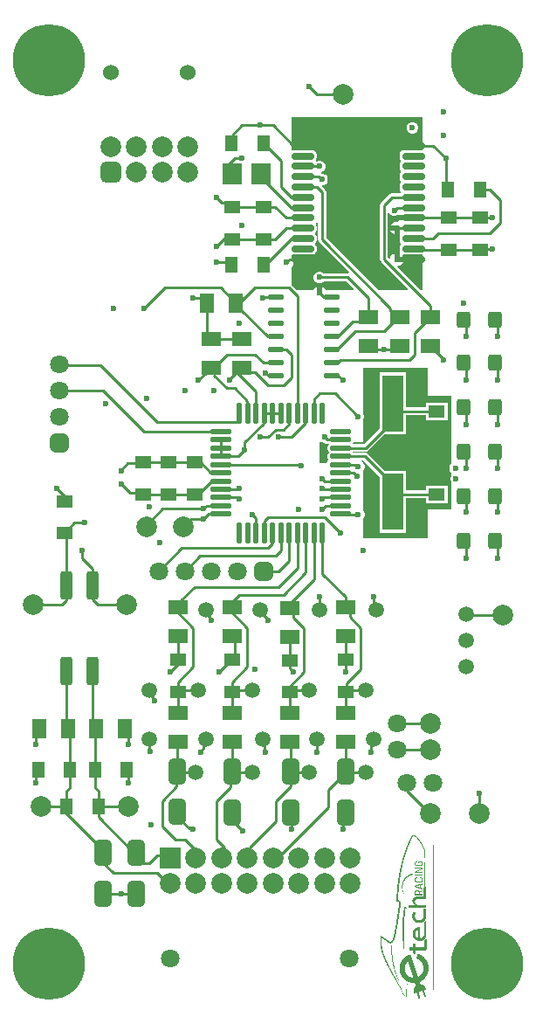
<source format=gtl>
G04*
G04 #@! TF.GenerationSoftware,Altium Limited,Altium Designer,22.11.1 (43)*
G04*
G04 Layer_Physical_Order=1*
G04 Layer_Color=255*
%FSLAX44Y44*%
%MOMM*%
G71*
G04*
G04 #@! TF.SameCoordinates,966821B4-BCEF-4EC1-8609-D1904776FC7E*
G04*
G04*
G04 #@! TF.FilePolarity,Positive*
G04*
G01*
G75*
%ADD11C,0.2500*%
G04:AMPARAMS|DCode=14|XSize=0.6mm|YSize=2.2mm|CornerRadius=0.15mm|HoleSize=0mm|Usage=FLASHONLY|Rotation=90.000|XOffset=0mm|YOffset=0mm|HoleType=Round|Shape=RoundedRectangle|*
%AMROUNDEDRECTD14*
21,1,0.6000,1.9000,0,0,90.0*
21,1,0.3000,2.2000,0,0,90.0*
1,1,0.3000,0.9500,0.1500*
1,1,0.3000,0.9500,-0.1500*
1,1,0.3000,-0.9500,-0.1500*
1,1,0.3000,-0.9500,0.1500*
%
%ADD14ROUNDEDRECTD14*%
G04:AMPARAMS|DCode=15|XSize=0.45mm|YSize=2mm|CornerRadius=0.1125mm|HoleSize=0mm|Usage=FLASHONLY|Rotation=90.000|XOffset=0mm|YOffset=0mm|HoleType=Round|Shape=RoundedRectangle|*
%AMROUNDEDRECTD15*
21,1,0.4500,1.7750,0,0,90.0*
21,1,0.2250,2.0000,0,0,90.0*
1,1,0.2250,0.8875,0.1125*
1,1,0.2250,0.8875,-0.1125*
1,1,0.2250,-0.8875,-0.1125*
1,1,0.2250,-0.8875,0.1125*
%
%ADD15ROUNDEDRECTD15*%
G04:AMPARAMS|DCode=16|XSize=0.45mm|YSize=2mm|CornerRadius=0.1125mm|HoleSize=0mm|Usage=FLASHONLY|Rotation=0.000|XOffset=0mm|YOffset=0mm|HoleType=Round|Shape=RoundedRectangle|*
%AMROUNDEDRECTD16*
21,1,0.4500,1.7750,0,0,0.0*
21,1,0.2250,2.0000,0,0,0.0*
1,1,0.2250,0.1125,-0.8875*
1,1,0.2250,-0.1125,-0.8875*
1,1,0.2250,-0.1125,0.8875*
1,1,0.2250,0.1125,0.8875*
%
%ADD16ROUNDEDRECTD16*%
%ADD17C,1.5000*%
%ADD18C,2.0000*%
%ADD19R,1.9500X1.4000*%
%ADD20R,1.6000X1.2000*%
%ADD21R,1.2000X1.6000*%
%ADD22R,1.4000X1.9500*%
G04:AMPARAMS|DCode=23|XSize=0.55mm|YSize=1.5mm|CornerRadius=0.1375mm|HoleSize=0mm|Usage=FLASHONLY|Rotation=270.000|XOffset=0mm|YOffset=0mm|HoleType=Round|Shape=RoundedRectangle|*
%AMROUNDEDRECTD23*
21,1,0.5500,1.2250,0,0,270.0*
21,1,0.2750,1.5000,0,0,270.0*
1,1,0.2750,-0.6125,-0.1375*
1,1,0.2750,-0.6125,0.1375*
1,1,0.2750,0.6125,0.1375*
1,1,0.2750,0.6125,-0.1375*
%
%ADD23ROUNDEDRECTD23*%
%ADD24R,2.0000X5.5000*%
G04:AMPARAMS|DCode=25|XSize=1.6mm|YSize=1.4mm|CornerRadius=0.35mm|HoleSize=0mm|Usage=FLASHONLY|Rotation=90.000|XOffset=0mm|YOffset=0mm|HoleType=Round|Shape=RoundedRectangle|*
%AMROUNDEDRECTD25*
21,1,1.6000,0.7000,0,0,90.0*
21,1,0.9000,1.4000,0,0,90.0*
1,1,0.7000,0.3500,0.4500*
1,1,0.7000,0.3500,-0.4500*
1,1,0.7000,-0.3500,-0.4500*
1,1,0.7000,-0.3500,0.4500*
%
%ADD25ROUNDEDRECTD25*%
G04:AMPARAMS|DCode=26|XSize=1.7mm|YSize=2.5mm|CornerRadius=0.425mm|HoleSize=0mm|Usage=FLASHONLY|Rotation=0.000|XOffset=0mm|YOffset=0mm|HoleType=Round|Shape=RoundedRectangle|*
%AMROUNDEDRECTD26*
21,1,1.7000,1.6500,0,0,0.0*
21,1,0.8500,2.5000,0,0,0.0*
1,1,0.8500,0.4250,-0.8250*
1,1,0.8500,-0.4250,-0.8250*
1,1,0.8500,-0.4250,0.8250*
1,1,0.8500,0.4250,0.8250*
%
%ADD26ROUNDEDRECTD26*%
G04:AMPARAMS|DCode=27|XSize=1.2mm|YSize=2.75mm|CornerRadius=0.3mm|HoleSize=0mm|Usage=FLASHONLY|Rotation=0.000|XOffset=0mm|YOffset=0mm|HoleType=Round|Shape=RoundedRectangle|*
%AMROUNDEDRECTD27*
21,1,1.2000,2.1500,0,0,0.0*
21,1,0.6000,2.7500,0,0,0.0*
1,1,0.6000,0.3000,-1.0750*
1,1,0.6000,-0.3000,-1.0750*
1,1,0.6000,-0.3000,1.0750*
1,1,0.6000,0.3000,1.0750*
%
%ADD27ROUNDEDRECTD27*%
%ADD28R,1.8500X2.0000*%
%ADD51C,1.8000*%
%ADD52R,2.0000X2.0000*%
%ADD53C,7.0000*%
%ADD54C,1.5240*%
G04:AMPARAMS|DCode=55|XSize=2mm|YSize=2mm|CornerRadius=0.5mm|HoleSize=0mm|Usage=FLASHONLY|Rotation=90.000|XOffset=0mm|YOffset=0mm|HoleType=Round|Shape=RoundedRectangle|*
%AMROUNDEDRECTD55*
21,1,2.0000,1.0000,0,0,90.0*
21,1,1.0000,2.0000,0,0,90.0*
1,1,1.0000,0.5000,0.5000*
1,1,1.0000,0.5000,-0.5000*
1,1,1.0000,-0.5000,-0.5000*
1,1,1.0000,-0.5000,0.5000*
%
%ADD55ROUNDEDRECTD55*%
G04:AMPARAMS|DCode=56|XSize=1.8mm|YSize=1.8mm|CornerRadius=0.45mm|HoleSize=0mm|Usage=FLASHONLY|Rotation=270.000|XOffset=0mm|YOffset=0mm|HoleType=Round|Shape=RoundedRectangle|*
%AMROUNDEDRECTD56*
21,1,1.8000,0.9000,0,0,270.0*
21,1,0.9000,1.8000,0,0,270.0*
1,1,0.9000,-0.4500,-0.4500*
1,1,0.9000,-0.4500,0.4500*
1,1,0.9000,0.4500,0.4500*
1,1,0.9000,0.4500,-0.4500*
%
%ADD56ROUNDEDRECTD56*%
G04:AMPARAMS|DCode=57|XSize=1.8mm|YSize=1.8mm|CornerRadius=0.45mm|HoleSize=0mm|Usage=FLASHONLY|Rotation=180.000|XOffset=0mm|YOffset=0mm|HoleType=Round|Shape=RoundedRectangle|*
%AMROUNDEDRECTD57*
21,1,1.8000,0.9000,0,0,180.0*
21,1,0.9000,1.8000,0,0,180.0*
1,1,0.9000,-0.4500,0.4500*
1,1,0.9000,0.4500,0.4500*
1,1,0.9000,0.4500,-0.4500*
1,1,0.9000,-0.4500,-0.4500*
%
%ADD57ROUNDEDRECTD57*%
%ADD58C,0.5000*%
%ADD59C,0.6000*%
%ADD60C,0.7000*%
G36*
X400000Y825619D02*
X382000D01*
X380424Y825305D01*
X379087Y824413D01*
X378194Y823076D01*
X377881Y821500D01*
Y818500D01*
X378194Y816924D01*
X379087Y815587D01*
Y814413D01*
X378194Y813076D01*
X377881Y811500D01*
Y808500D01*
X378194Y806924D01*
X378924Y805831D01*
X379020Y805000D01*
X378924Y804169D01*
X378194Y803076D01*
X377881Y801500D01*
Y798500D01*
X378194Y796924D01*
X379087Y795587D01*
Y794413D01*
X378194Y793076D01*
X377881Y791500D01*
Y788500D01*
X378194Y786924D01*
X379087Y785587D01*
Y784982D01*
X378045Y783864D01*
X370000D01*
X370000Y783864D01*
X368521Y783570D01*
X367268Y782732D01*
X359768Y775232D01*
X358930Y773979D01*
X358636Y772500D01*
Y720000D01*
X358930Y718521D01*
X359768Y717268D01*
X385862Y691173D01*
X385376Y690000D01*
X356965D01*
X306364Y740601D01*
Y785000D01*
X306070Y786479D01*
X305232Y787732D01*
X302275Y790690D01*
X302801Y791960D01*
X303602D01*
X305638Y792803D01*
X307197Y794362D01*
X308040Y796398D01*
Y798602D01*
X307197Y800638D01*
X305638Y802197D01*
X303602Y803040D01*
X302309D01*
X301838Y803324D01*
X301799Y803385D01*
X302288Y804951D01*
X303138Y805303D01*
X304697Y806862D01*
X305540Y808898D01*
Y811102D01*
X304697Y813138D01*
X303138Y814697D01*
X301102Y815540D01*
X298898D01*
X297183Y814829D01*
X296977Y814923D01*
X296476Y816430D01*
X296806Y816924D01*
X297119Y818500D01*
Y821500D01*
X296806Y823076D01*
X295913Y824413D01*
X294576Y825305D01*
X293000Y825619D01*
X274000D01*
X273482Y825516D01*
X272500Y826322D01*
Y857500D01*
X400000D01*
Y825619D01*
D02*
G37*
G36*
X367803Y764362D02*
X369362Y762803D01*
X371398Y761960D01*
X373602D01*
X375638Y762803D01*
X375923Y763088D01*
X377024Y762500D01*
X391500D01*
Y757500D01*
X377101D01*
X377105Y757480D01*
X376013Y756458D01*
X375856Y756500D01*
X374144D01*
X372491Y756057D01*
X371009Y755201D01*
X369799Y753991D01*
X368943Y752509D01*
X368941Y752500D01*
X375000D01*
Y750000D01*
X377500D01*
Y743615D01*
X377801Y743382D01*
X377898Y743276D01*
X378149Y742846D01*
X377881Y741500D01*
Y738500D01*
X378194Y736924D01*
X379087Y735587D01*
Y734413D01*
X378194Y733076D01*
X377881Y731500D01*
Y728500D01*
X378149Y727154D01*
X377898Y726724D01*
X377801Y726618D01*
X377500Y726385D01*
Y722500D01*
X381059D01*
X381057Y722509D01*
X380558Y723373D01*
X381370Y724506D01*
X382000Y724381D01*
X400000D01*
Y690000D01*
X397965D01*
X375617Y712348D01*
X376175Y713586D01*
X377509Y713943D01*
X378991Y714799D01*
X380201Y716009D01*
X381057Y717491D01*
X381059Y717500D01*
X375000D01*
Y720000D01*
X372500D01*
Y726059D01*
X372491Y726057D01*
X371009Y725201D01*
X369799Y723991D01*
X368943Y722509D01*
X368586Y721175D01*
X367348Y720617D01*
X366364Y721601D01*
Y764518D01*
X367634Y764770D01*
X367803Y764362D01*
D02*
G37*
G36*
X298636Y755649D02*
Y739000D01*
X298930Y737521D01*
X299768Y736267D01*
X328594Y707442D01*
X327968Y706271D01*
X327500Y706364D01*
X303971D01*
X303138Y707197D01*
X301102Y708040D01*
X298898D01*
X296862Y707197D01*
X295303Y705638D01*
X294460Y703602D01*
Y701398D01*
X295303Y699362D01*
X296862Y697803D01*
X298898Y696960D01*
X301102D01*
X303138Y697803D01*
X303971Y698636D01*
X325899D01*
X333362Y691173D01*
X332876Y690000D01*
X306059D01*
X306057Y690009D01*
X305201Y691491D01*
X303991Y692701D01*
X302509Y693557D01*
X302500Y693559D01*
Y687500D01*
X297500D01*
Y693559D01*
X297491Y693557D01*
X296009Y692701D01*
X294799Y691491D01*
X293943Y690009D01*
X293941Y690000D01*
X277965D01*
X272732Y695232D01*
X272500Y695388D01*
Y711973D01*
X273438Y712911D01*
X274294Y714393D01*
X274737Y716047D01*
Y717758D01*
X274294Y719411D01*
X273438Y720893D01*
X272500Y721832D01*
Y723678D01*
X273482Y724484D01*
X274000Y724381D01*
X293000D01*
X294576Y724694D01*
X295913Y725587D01*
X296806Y726924D01*
X297119Y728500D01*
Y731500D01*
X296806Y733076D01*
X295913Y734413D01*
Y735587D01*
X296806Y736924D01*
X297119Y738500D01*
Y741500D01*
X296806Y743076D01*
X295913Y744413D01*
Y745587D01*
X296806Y746924D01*
X297119Y748500D01*
Y751500D01*
X296806Y753076D01*
X296580Y753414D01*
X296605Y754895D01*
X296803Y755192D01*
X297366Y756034D01*
X298636Y755649D01*
D02*
G37*
G36*
X405000Y587500D02*
X427500D01*
Y521692D01*
X427299Y521491D01*
X426443Y520009D01*
X426000Y518356D01*
Y516644D01*
X426443Y514991D01*
X427299Y513509D01*
X427500Y513308D01*
Y509906D01*
X426960Y508602D01*
Y506398D01*
X427500Y505094D01*
Y477500D01*
X405000D01*
Y450000D01*
X342500D01*
Y468308D01*
X342701Y468509D01*
X343557Y469991D01*
X344000Y471644D01*
Y473356D01*
X343557Y475009D01*
X342701Y476491D01*
X342500Y476692D01*
Y514538D01*
X342701Y514739D01*
X343557Y516221D01*
X344000Y517874D01*
Y519586D01*
X343557Y521239D01*
X342701Y522721D01*
X341491Y523931D01*
X340009Y524787D01*
X338707Y525136D01*
X342399D01*
X358690Y508845D01*
Y455020D01*
X383770D01*
Y488196D01*
X403190D01*
Y483520D01*
X424270D01*
Y500600D01*
X403190D01*
Y495924D01*
X383770D01*
Y515100D01*
X363365D01*
X346732Y531732D01*
X345479Y532570D01*
X344000Y532864D01*
X331872D01*
X331669Y533000D01*
X331872Y533136D01*
X344500D01*
X345979Y533430D01*
X347232Y534268D01*
X362985Y550020D01*
X383770D01*
Y568696D01*
X403190D01*
Y564020D01*
X424270D01*
Y581100D01*
X403190D01*
Y576424D01*
X383770D01*
Y610100D01*
X358690D01*
Y556655D01*
X342899Y540864D01*
X331872D01*
X331669Y541000D01*
X332017Y541233D01*
X332827Y542445D01*
X332838Y542500D01*
X342500D01*
Y565094D01*
X343040Y566398D01*
Y568602D01*
X342500Y569906D01*
Y615000D01*
X405000D01*
Y587500D01*
D02*
G37*
G36*
X334991Y524787D02*
X334895Y524732D01*
X334310Y524848D01*
X333118D01*
X332926Y525136D01*
X336293D01*
X334991Y524787D01*
D02*
G37*
G36*
X303898Y541960D02*
X305228D01*
X306021Y541430D01*
X307500Y541136D01*
X309128D01*
X309331Y541000D01*
X308983Y540767D01*
X308173Y539555D01*
X307888Y538125D01*
Y535875D01*
X308173Y534445D01*
X308983Y533233D01*
X309331Y533000D01*
X308983Y532767D01*
X308173Y531555D01*
X307888Y530125D01*
Y527875D01*
X308173Y526445D01*
X308664Y525709D01*
X308291Y525459D01*
X307268Y523930D01*
X306984Y522500D01*
X300000D01*
Y542500D01*
X302594D01*
X303898Y541960D01*
D02*
G37*
G36*
X398605Y136511D02*
X399001D01*
Y136412D01*
X399298D01*
Y136313D01*
X399397D01*
Y136215D01*
X399496D01*
Y136116D01*
X399594D01*
Y136017D01*
X399693D01*
Y135918D01*
X399792D01*
Y135819D01*
X399891D01*
Y135621D01*
X399990D01*
Y135325D01*
X400089D01*
Y132951D01*
X399990D01*
Y132754D01*
X399891D01*
Y132556D01*
X399792D01*
Y132358D01*
X399693D01*
Y132259D01*
X399594D01*
Y132160D01*
X399496D01*
Y132061D01*
X399298D01*
Y131962D01*
X399199D01*
Y131864D01*
X398902D01*
Y131765D01*
X393661D01*
Y131864D01*
X393463D01*
Y131962D01*
X393266D01*
Y132061D01*
X393167D01*
Y132160D01*
X392969D01*
Y132259D01*
X392870D01*
Y132457D01*
X392771D01*
Y132556D01*
X392672D01*
Y132852D01*
X392573D01*
Y133149D01*
X392475D01*
Y135226D01*
X392573D01*
Y135522D01*
X392672D01*
Y135720D01*
X392771D01*
Y135918D01*
X392870D01*
Y136017D01*
X392969D01*
Y136116D01*
X393068D01*
Y136215D01*
X393167D01*
Y136313D01*
X393364D01*
Y136412D01*
X393562D01*
Y136511D01*
X393958D01*
Y136610D01*
X394848D01*
Y136511D01*
X394947D01*
Y136412D01*
X395046D01*
Y135720D01*
X394947D01*
Y135621D01*
X394848D01*
Y135522D01*
X393859D01*
Y135424D01*
X393661D01*
Y135325D01*
X393562D01*
Y135127D01*
X393463D01*
Y133149D01*
X393562D01*
Y132951D01*
X393760D01*
Y132852D01*
X393958D01*
Y132754D01*
X398605D01*
Y132852D01*
X398902D01*
Y132951D01*
X399001D01*
Y133050D01*
X399100D01*
Y133347D01*
X399199D01*
Y134929D01*
X399100D01*
Y135226D01*
X399001D01*
Y135325D01*
X398902D01*
Y135424D01*
X398803D01*
Y135522D01*
X396925D01*
Y134237D01*
X396826D01*
Y134138D01*
X396133D01*
Y134237D01*
X396035D01*
Y136412D01*
X396133D01*
Y136511D01*
X396232D01*
Y136610D01*
X398605D01*
Y136511D01*
D02*
G37*
G36*
X399891Y130183D02*
X400089D01*
Y129391D01*
X399990D01*
Y129293D01*
X399891D01*
Y129194D01*
X399693D01*
Y129095D01*
X399496D01*
Y128996D01*
X399397D01*
Y128897D01*
X399199D01*
Y128798D01*
X399001D01*
Y128699D01*
X398803D01*
Y128600D01*
X398704D01*
Y128502D01*
X398507D01*
Y128403D01*
X398309D01*
Y128304D01*
X398111D01*
Y128205D01*
X398012D01*
Y128106D01*
X397814D01*
Y128007D01*
X397617D01*
Y127908D01*
X397419D01*
Y127809D01*
X397320D01*
Y127710D01*
X397122D01*
Y127612D01*
X396925D01*
Y127513D01*
X396727D01*
Y127414D01*
X396628D01*
Y127315D01*
X396430D01*
Y127216D01*
X396232D01*
Y127117D01*
X396133D01*
Y127018D01*
X395936D01*
Y126919D01*
X395738D01*
Y126820D01*
X395540D01*
Y126721D01*
X395342D01*
Y126623D01*
X395243D01*
Y126524D01*
X395046D01*
Y126425D01*
X394848D01*
Y126326D01*
X394650D01*
Y126227D01*
X399891D01*
Y126128D01*
X400089D01*
Y125238D01*
X399891D01*
Y125139D01*
X392672D01*
Y125238D01*
X392573D01*
Y125337D01*
X392475D01*
Y126029D01*
X392573D01*
Y126128D01*
X392672D01*
Y126227D01*
X392870D01*
Y126326D01*
X393068D01*
Y126425D01*
X393167D01*
Y126524D01*
X393364D01*
Y126623D01*
X393562D01*
Y126721D01*
X393760D01*
Y126820D01*
X393859D01*
Y126919D01*
X394057D01*
Y127018D01*
X394254D01*
Y127117D01*
X394452D01*
Y127216D01*
X394551D01*
Y127315D01*
X394749D01*
Y127414D01*
X394947D01*
Y127513D01*
X395145D01*
Y127612D01*
X395243D01*
Y127710D01*
X395441D01*
Y127809D01*
X395639D01*
Y127908D01*
X395837D01*
Y128007D01*
X395936D01*
Y128106D01*
X396133D01*
Y128205D01*
X396331D01*
Y128304D01*
X396529D01*
Y128403D01*
X396628D01*
Y128502D01*
X396826D01*
Y128600D01*
X397023D01*
Y128699D01*
X397221D01*
Y128798D01*
X397320D01*
Y128897D01*
X397518D01*
Y128996D01*
X397716D01*
Y129095D01*
X397913D01*
Y129194D01*
X398012D01*
Y129293D01*
X397716D01*
Y129194D01*
X392771D01*
Y129293D01*
X392573D01*
Y129391D01*
X392475D01*
Y130084D01*
X392573D01*
Y130183D01*
X392672D01*
Y130281D01*
X399891D01*
Y130183D01*
D02*
G37*
G36*
X399990Y123359D02*
X400089D01*
Y122568D01*
X399990D01*
Y122469D01*
X392573D01*
Y122568D01*
X392475D01*
Y123260D01*
X392573D01*
Y123458D01*
X399990D01*
Y123359D01*
D02*
G37*
G36*
X398803Y120887D02*
X399100D01*
Y120788D01*
X399298D01*
Y120689D01*
X399397D01*
Y120591D01*
X399594D01*
Y120492D01*
X399693D01*
Y120294D01*
X399792D01*
Y120195D01*
X399891D01*
Y119997D01*
X399990D01*
Y119701D01*
X400089D01*
Y117228D01*
X399990D01*
Y116932D01*
X399891D01*
Y116833D01*
X399792D01*
Y116635D01*
X399693D01*
Y116536D01*
X399594D01*
Y116437D01*
X399496D01*
Y116338D01*
X399397D01*
Y116240D01*
X399199D01*
Y116141D01*
X399001D01*
Y116042D01*
X398309D01*
Y115943D01*
X394254D01*
Y116042D01*
X393562D01*
Y116141D01*
X393364D01*
Y116240D01*
X393266D01*
Y116338D01*
X393068D01*
Y116437D01*
X392969D01*
Y116536D01*
X392870D01*
Y116734D01*
X392771D01*
Y116833D01*
X392672D01*
Y117031D01*
X392573D01*
Y117327D01*
X392475D01*
Y119602D01*
X392573D01*
Y119898D01*
X392672D01*
Y120096D01*
X392771D01*
Y120294D01*
X392870D01*
Y120393D01*
X392969D01*
Y120492D01*
X393068D01*
Y120591D01*
X393167D01*
Y120689D01*
X393364D01*
Y120788D01*
X393463D01*
Y120887D01*
X393859D01*
Y120986D01*
X394947D01*
Y120887D01*
X395046D01*
Y120788D01*
X395145D01*
Y120096D01*
X395046D01*
Y119997D01*
X394848D01*
Y119898D01*
X393760D01*
Y119799D01*
X393661D01*
Y119701D01*
X393562D01*
Y119602D01*
X393463D01*
Y117426D01*
X393562D01*
Y117228D01*
X393661D01*
Y117129D01*
X393859D01*
Y117031D01*
X398704D01*
Y117129D01*
X398902D01*
Y117228D01*
X399001D01*
Y117327D01*
X399100D01*
Y117624D01*
X399199D01*
Y119404D01*
X399100D01*
Y119602D01*
X399001D01*
Y119799D01*
X398803D01*
Y119898D01*
X397716D01*
Y119997D01*
X397518D01*
Y120887D01*
X397617D01*
Y120986D01*
X398803D01*
Y120887D01*
D02*
G37*
G36*
X399990Y114954D02*
X400089D01*
Y114163D01*
X399990D01*
Y114064D01*
X399792D01*
Y113965D01*
X399496D01*
Y113866D01*
X399199D01*
Y113767D01*
X398902D01*
Y113668D01*
X398605D01*
Y113569D01*
X398309D01*
Y113471D01*
X398210D01*
Y110900D01*
X398309D01*
Y110801D01*
X398507D01*
Y110702D01*
X398803D01*
Y110603D01*
X399100D01*
Y110504D01*
X399397D01*
Y110405D01*
X399792D01*
Y110306D01*
X399990D01*
Y110207D01*
X400089D01*
Y109317D01*
X399594D01*
Y109416D01*
X399298D01*
Y109515D01*
X398902D01*
Y109614D01*
X398605D01*
Y109713D01*
X398309D01*
Y109812D01*
X398012D01*
Y109911D01*
X397617D01*
Y110010D01*
X397320D01*
Y110108D01*
X397023D01*
Y110207D01*
X396727D01*
Y110306D01*
X396331D01*
Y110405D01*
X396035D01*
Y110504D01*
X395738D01*
Y110603D01*
X395342D01*
Y110702D01*
X395046D01*
Y110801D01*
X394749D01*
Y110900D01*
X394353D01*
Y110998D01*
X394057D01*
Y111097D01*
X393760D01*
Y111196D01*
X393463D01*
Y111295D01*
X393068D01*
Y111394D01*
X392771D01*
Y111493D01*
X392573D01*
Y111691D01*
X392475D01*
Y112680D01*
X392573D01*
Y112779D01*
X392672D01*
Y112877D01*
X392870D01*
Y112976D01*
X393167D01*
Y113075D01*
X393463D01*
Y113174D01*
X393760D01*
Y113273D01*
X394156D01*
Y113372D01*
X394452D01*
Y113471D01*
X394848D01*
Y113569D01*
X395145D01*
Y113668D01*
X395441D01*
Y113767D01*
X395738D01*
Y113866D01*
X396035D01*
Y113965D01*
X396430D01*
Y114064D01*
X396727D01*
Y114163D01*
X397023D01*
Y114262D01*
X397419D01*
Y114361D01*
X397716D01*
Y114460D01*
X398111D01*
Y114558D01*
X398408D01*
Y114657D01*
X398704D01*
Y114756D01*
X399001D01*
Y114855D01*
X399397D01*
Y114954D01*
X399693D01*
Y115053D01*
X399990D01*
Y114954D01*
D02*
G37*
G36*
X400089Y107636D02*
X399990D01*
Y107537D01*
X399891D01*
Y107439D01*
X399693D01*
Y107340D01*
X399496D01*
Y107241D01*
X399298D01*
Y107142D01*
X399100D01*
Y107043D01*
X398902D01*
Y106944D01*
X398704D01*
Y106845D01*
X398507D01*
Y106746D01*
X398309D01*
Y106648D01*
X398012D01*
Y106549D01*
X397814D01*
Y106450D01*
X397617D01*
Y106351D01*
X397419D01*
Y106252D01*
X397221D01*
Y106153D01*
X397122D01*
Y104670D01*
X399990D01*
Y104571D01*
X400089D01*
Y103780D01*
X399891D01*
Y103681D01*
X392573D01*
Y103780D01*
X392475D01*
Y106944D01*
X392573D01*
Y107241D01*
X392672D01*
Y107537D01*
X392771D01*
Y107636D01*
X392870D01*
Y107834D01*
X392969D01*
Y107933D01*
X393167D01*
Y108032D01*
X393266D01*
Y108131D01*
X393463D01*
Y108230D01*
X393661D01*
Y108329D01*
X395936D01*
Y108230D01*
X396232D01*
Y108131D01*
X396430D01*
Y108032D01*
X396529D01*
Y107933D01*
X396628D01*
Y107834D01*
X396727D01*
Y107735D01*
X396826D01*
Y107537D01*
X396925D01*
Y107340D01*
X397023D01*
Y107241D01*
X397221D01*
Y107340D01*
X397419D01*
Y107439D01*
X397617D01*
Y107537D01*
X397814D01*
Y107636D01*
X398012D01*
Y107735D01*
X398309D01*
Y107834D01*
X398507D01*
Y107933D01*
X398704D01*
Y108032D01*
X398902D01*
Y108131D01*
X399100D01*
Y108230D01*
X399298D01*
Y108329D01*
X399496D01*
Y108427D01*
X399693D01*
Y108526D01*
X400089D01*
Y107636D01*
D02*
G37*
G36*
X390398Y124546D02*
X390497D01*
Y123557D01*
X390398D01*
Y123458D01*
X390299D01*
Y123359D01*
X389903D01*
Y123260D01*
X389508D01*
Y123162D01*
X389112D01*
Y123063D01*
X388816D01*
Y122964D01*
X388618D01*
Y122865D01*
X388321D01*
Y122766D01*
X388124D01*
Y122667D01*
X387827D01*
Y122568D01*
X387629D01*
Y122469D01*
X387431D01*
Y122371D01*
X387234D01*
Y122272D01*
X387036D01*
Y122173D01*
X386838D01*
Y122074D01*
X386739D01*
Y121975D01*
X386541D01*
Y121876D01*
X386344D01*
Y121777D01*
X386245D01*
Y121678D01*
X386047D01*
Y121579D01*
X385948D01*
Y121481D01*
X385750D01*
Y121382D01*
X385651D01*
Y121283D01*
X385552D01*
Y121184D01*
X385355D01*
Y121085D01*
X385256D01*
Y120986D01*
X385157D01*
Y120887D01*
X385058D01*
Y120788D01*
X384860D01*
Y120689D01*
X384761D01*
Y120591D01*
X384663D01*
Y120492D01*
X384564D01*
Y120393D01*
X384465D01*
Y120294D01*
X384366D01*
Y120195D01*
X384267D01*
Y120096D01*
X384168D01*
Y119997D01*
X384069D01*
Y119898D01*
X383970D01*
Y119799D01*
X383871D01*
Y119701D01*
X383773D01*
Y119602D01*
X383674D01*
Y119503D01*
X383575D01*
Y119404D01*
X383476D01*
Y119305D01*
X383377D01*
Y119107D01*
X383278D01*
Y119008D01*
X383179D01*
Y118910D01*
X383080D01*
Y118712D01*
X382981D01*
Y118613D01*
X382882D01*
Y118514D01*
X382784D01*
Y118316D01*
X382685D01*
Y118217D01*
X382586D01*
Y118020D01*
X382487D01*
Y117822D01*
X382388D01*
Y117723D01*
X382289D01*
Y117525D01*
X382190D01*
Y117327D01*
X382091D01*
Y117129D01*
X381993D01*
Y116932D01*
X381894D01*
Y116833D01*
X381795D01*
Y116536D01*
X381696D01*
Y116338D01*
X381597D01*
Y116141D01*
X381498D01*
Y115844D01*
X381399D01*
Y115646D01*
X381300D01*
Y115350D01*
X381202D01*
Y114954D01*
X381103D01*
Y114657D01*
X381004D01*
Y114361D01*
X380905D01*
Y113866D01*
X380806D01*
Y113372D01*
X380707D01*
Y112482D01*
X380608D01*
Y110108D01*
X380707D01*
Y109317D01*
X380806D01*
Y108724D01*
X380905D01*
Y108329D01*
X381004D01*
Y107933D01*
X381103D01*
Y107636D01*
X381202D01*
Y107340D01*
X381300D01*
Y107043D01*
X381399D01*
Y106746D01*
X381498D01*
Y106549D01*
X381597D01*
Y106351D01*
X381696D01*
Y106054D01*
X381795D01*
Y105856D01*
X381894D01*
Y105659D01*
X381993D01*
Y105461D01*
X382091D01*
Y105263D01*
X382190D01*
Y105065D01*
X382289D01*
Y104966D01*
X382388D01*
Y104769D01*
X382487D01*
Y104571D01*
X382586D01*
Y104472D01*
X382685D01*
Y104274D01*
X382784D01*
Y104175D01*
X382882D01*
Y103977D01*
X382981D01*
Y103879D01*
X383080D01*
Y103780D01*
X383179D01*
Y103681D01*
X383278D01*
Y103483D01*
X383377D01*
Y103384D01*
X383476D01*
Y103285D01*
X383575D01*
Y103187D01*
X383674D01*
Y102989D01*
X383773D01*
Y102890D01*
X383871D01*
Y102791D01*
X383970D01*
Y102692D01*
X383773D01*
Y102791D01*
X383674D01*
Y102890D01*
X383575D01*
Y102989D01*
X383377D01*
Y103187D01*
X383278D01*
Y103285D01*
X383179D01*
Y103384D01*
X383080D01*
Y103483D01*
X382981D01*
Y103582D01*
X382882D01*
Y103681D01*
X382784D01*
Y103780D01*
X382685D01*
Y103879D01*
X382586D01*
Y104076D01*
X382487D01*
Y104175D01*
X382388D01*
Y104274D01*
X382289D01*
Y104472D01*
X382190D01*
Y104571D01*
X382091D01*
Y104769D01*
X381993D01*
Y104868D01*
X381894D01*
Y105065D01*
X381795D01*
Y105164D01*
X381696D01*
Y105362D01*
X381597D01*
Y105461D01*
X381498D01*
Y105659D01*
X381399D01*
Y105856D01*
X381300D01*
Y106054D01*
X381202D01*
Y106252D01*
X381103D01*
Y106450D01*
X381004D01*
Y106648D01*
X380905D01*
Y106845D01*
X380806D01*
Y107043D01*
X380707D01*
Y107340D01*
X380608D01*
Y107636D01*
X380509D01*
Y107933D01*
X380410D01*
Y108230D01*
X380312D01*
Y108526D01*
X380213D01*
Y108922D01*
X380114D01*
Y109317D01*
X380015D01*
Y109911D01*
X379916D01*
Y110603D01*
X379817D01*
Y113174D01*
X379916D01*
Y113866D01*
X380015D01*
Y114460D01*
X380114D01*
Y114954D01*
X380213D01*
Y115350D01*
X380312D01*
Y115646D01*
X380410D01*
Y115943D01*
X380509D01*
Y116240D01*
X380608D01*
Y116536D01*
X380707D01*
Y116734D01*
X380806D01*
Y117031D01*
X380905D01*
Y117228D01*
X381004D01*
Y117426D01*
X381103D01*
Y117624D01*
X381202D01*
Y117822D01*
X381300D01*
Y118020D01*
X381399D01*
Y118217D01*
X381498D01*
Y118415D01*
X381597D01*
Y118613D01*
X381696D01*
Y118712D01*
X381795D01*
Y118910D01*
X381894D01*
Y119008D01*
X381993D01*
Y119206D01*
X382091D01*
Y119305D01*
X382190D01*
Y119503D01*
X382289D01*
Y119602D01*
X382388D01*
Y119701D01*
X382487D01*
Y119898D01*
X382586D01*
Y119997D01*
X382685D01*
Y120096D01*
X382784D01*
Y120195D01*
X382882D01*
Y120393D01*
X382981D01*
Y120492D01*
X383080D01*
Y120591D01*
X383179D01*
Y120689D01*
X383278D01*
Y120788D01*
X383377D01*
Y120887D01*
X383476D01*
Y120986D01*
X383575D01*
Y121085D01*
X383674D01*
Y121184D01*
X383773D01*
Y121283D01*
X383871D01*
Y121382D01*
X383970D01*
Y121481D01*
X384069D01*
Y121579D01*
X384168D01*
Y121678D01*
X384267D01*
Y121777D01*
X384366D01*
Y121876D01*
X384465D01*
Y121975D01*
X384663D01*
Y122074D01*
X384761D01*
Y122173D01*
X384860D01*
Y122272D01*
X385058D01*
Y122371D01*
X385157D01*
Y122469D01*
X385256D01*
Y122568D01*
X385454D01*
Y122667D01*
X385552D01*
Y122766D01*
X385750D01*
Y122865D01*
X385849D01*
Y122964D01*
X386047D01*
Y123063D01*
X386146D01*
Y123162D01*
X386344D01*
Y123260D01*
X386541D01*
Y123359D01*
X386739D01*
Y123458D01*
X386937D01*
Y123557D01*
X387135D01*
Y123656D01*
X387332D01*
Y123755D01*
X387530D01*
Y123854D01*
X387728D01*
Y123953D01*
X387926D01*
Y124052D01*
X388222D01*
Y124150D01*
X388519D01*
Y124249D01*
X388717D01*
Y124348D01*
X389013D01*
Y124447D01*
X389409D01*
Y124546D01*
X389706D01*
Y124645D01*
X390101D01*
Y124744D01*
X390398D01*
Y124546D01*
D02*
G37*
G36*
X391684Y162024D02*
X391980D01*
Y161925D01*
X392178D01*
Y161826D01*
X392376D01*
Y161727D01*
X392573D01*
Y161628D01*
X392771D01*
Y161530D01*
X392969D01*
Y161431D01*
X393068D01*
Y161332D01*
X393266D01*
Y161233D01*
X393364D01*
Y161134D01*
X393562D01*
Y161035D01*
X393661D01*
Y160936D01*
X393760D01*
Y160837D01*
X393859D01*
Y160739D01*
X394057D01*
Y160640D01*
X394156D01*
Y160541D01*
X394254D01*
Y160442D01*
X394353D01*
Y160343D01*
X394452D01*
Y160244D01*
X394551D01*
Y160145D01*
X394650D01*
Y160046D01*
X394749D01*
Y159947D01*
X394848D01*
Y159849D01*
X394947D01*
Y159750D01*
X395046D01*
Y159651D01*
X395145D01*
Y159552D01*
X395243D01*
Y159453D01*
X395342D01*
Y159354D01*
X395441D01*
Y159156D01*
X395540D01*
Y159058D01*
X395639D01*
Y158959D01*
X395738D01*
Y158860D01*
X395837D01*
Y158761D01*
X395936D01*
Y158563D01*
X396035D01*
Y158464D01*
X396133D01*
Y158365D01*
X396232D01*
Y158266D01*
X396331D01*
Y158069D01*
X396430D01*
Y157970D01*
X396529D01*
Y157871D01*
X396628D01*
Y157673D01*
X396727D01*
Y157574D01*
X396826D01*
Y157376D01*
X396925D01*
Y157277D01*
X397023D01*
Y157179D01*
X397122D01*
Y156981D01*
X397221D01*
Y156882D01*
X397320D01*
Y156684D01*
X397419D01*
Y156585D01*
X397518D01*
Y156388D01*
X397617D01*
Y156289D01*
X397716D01*
Y156091D01*
X397814D01*
Y155992D01*
X397913D01*
Y155794D01*
X398012D01*
Y155695D01*
X398111D01*
Y155498D01*
X398210D01*
Y155300D01*
X398309D01*
Y155201D01*
X398408D01*
Y155003D01*
X398507D01*
Y154904D01*
X398605D01*
Y154706D01*
X398704D01*
Y154509D01*
X398803D01*
Y154410D01*
X398902D01*
Y154212D01*
X399001D01*
Y154113D01*
X399100D01*
Y153915D01*
X399199D01*
Y153718D01*
X399298D01*
Y153520D01*
X399397D01*
Y153421D01*
X399496D01*
Y153223D01*
X399594D01*
Y153025D01*
X399693D01*
Y152828D01*
X399792D01*
Y152630D01*
X399891D01*
Y152531D01*
X399990D01*
Y152333D01*
X400089D01*
Y152135D01*
X400188D01*
Y151938D01*
X400287D01*
Y151740D01*
X400386D01*
Y151542D01*
X400484D01*
Y151443D01*
X400583D01*
Y151245D01*
X400682D01*
Y151048D01*
X400781D01*
Y150850D01*
X400880D01*
Y150652D01*
X400979D01*
Y150454D01*
X401078D01*
Y150257D01*
X401177D01*
Y150059D01*
X401275D01*
Y149861D01*
X401374D01*
Y149663D01*
X401473D01*
Y149466D01*
X401572D01*
Y149268D01*
X401671D01*
Y149070D01*
X401770D01*
Y148872D01*
X401869D01*
Y148674D01*
X401968D01*
Y148477D01*
X402067D01*
Y148279D01*
X402165D01*
Y148081D01*
X402264D01*
Y147883D01*
X402363D01*
Y147685D01*
X402462D01*
Y147389D01*
X402561D01*
Y144917D01*
X402462D01*
Y141554D01*
X402363D01*
Y138094D01*
X402264D01*
Y137500D01*
X402165D01*
Y136313D01*
X402264D01*
Y132754D01*
X402363D01*
Y129194D01*
X402462D01*
Y125733D01*
X402561D01*
Y122173D01*
X402660D01*
Y118712D01*
X402759D01*
Y115152D01*
X402858D01*
Y111493D01*
X402957D01*
Y108329D01*
X403055D01*
Y106351D01*
X403154D01*
Y104472D01*
X403253D01*
Y102890D01*
X403352D01*
Y101011D01*
X403451D01*
Y100319D01*
X403352D01*
Y100121D01*
X403253D01*
Y100022D01*
X403154D01*
Y99923D01*
X403055D01*
Y99824D01*
X402957D01*
Y99726D01*
X394947D01*
Y99627D01*
X394452D01*
Y99528D01*
X394057D01*
Y99429D01*
X393859D01*
Y99330D01*
X393661D01*
Y99231D01*
X393463D01*
Y99132D01*
X393364D01*
Y99033D01*
X393167D01*
Y98934D01*
X393068D01*
Y98835D01*
X392969D01*
Y98638D01*
X392870D01*
Y98539D01*
X392771D01*
Y98440D01*
X392672D01*
Y98242D01*
X392573D01*
Y97945D01*
X392475D01*
Y96858D01*
X392573D01*
Y96462D01*
X392672D01*
Y96166D01*
X392771D01*
Y95968D01*
X392870D01*
Y95770D01*
X392969D01*
Y95671D01*
X393068D01*
Y95473D01*
X393167D01*
Y95374D01*
X393266D01*
Y95275D01*
X393364D01*
Y95177D01*
X393463D01*
Y95078D01*
X393562D01*
Y94979D01*
X393661D01*
Y94880D01*
X393859D01*
Y94781D01*
X393958D01*
Y94682D01*
X394156D01*
Y94583D01*
X394254D01*
Y94484D01*
X394452D01*
Y94386D01*
X394749D01*
Y94287D01*
X394947D01*
Y94188D01*
X395342D01*
Y94089D01*
X395936D01*
Y93990D01*
X399990D01*
Y94089D01*
X402957D01*
Y93990D01*
X403154D01*
Y93891D01*
X403253D01*
Y93792D01*
X403352D01*
Y93693D01*
X403451D01*
Y93496D01*
X403550D01*
Y91716D01*
X403451D01*
Y91617D01*
X403352D01*
Y91419D01*
X403154D01*
Y91320D01*
X403055D01*
Y91221D01*
X398902D01*
Y91122D01*
X387135D01*
Y91221D01*
X387036D01*
Y91320D01*
X386937D01*
Y91419D01*
X386838D01*
Y91518D01*
X386739D01*
Y91617D01*
X386640D01*
Y93496D01*
X386739D01*
Y93693D01*
X386838D01*
Y93792D01*
X387036D01*
Y93891D01*
X387135D01*
Y93990D01*
X391782D01*
Y94089D01*
X391881D01*
Y94484D01*
X391782D01*
Y94583D01*
X391684D01*
Y94682D01*
X391585D01*
Y94781D01*
X391486D01*
Y94880D01*
X391387D01*
Y95078D01*
X391288D01*
Y95177D01*
X391189D01*
Y95275D01*
X391090D01*
Y95374D01*
X390991D01*
Y95572D01*
X390892D01*
Y95671D01*
X390793D01*
Y95869D01*
X390695D01*
Y95968D01*
X390596D01*
Y96166D01*
X390497D01*
Y96363D01*
X390398D01*
Y96660D01*
X390299D01*
Y96957D01*
X390200D01*
Y97253D01*
X390101D01*
Y97847D01*
X390002D01*
Y98539D01*
X390101D01*
Y99231D01*
X390200D01*
Y99528D01*
X390299D01*
Y99726D01*
X390398D01*
Y100022D01*
X390497D01*
Y100220D01*
X390596D01*
Y100319D01*
X390695D01*
Y100517D01*
X390793D01*
Y100615D01*
X390892D01*
Y100714D01*
X390991D01*
Y100813D01*
X391090D01*
Y101011D01*
X391189D01*
Y101110D01*
X391288D01*
Y101209D01*
X391486D01*
Y101308D01*
X391585D01*
Y101406D01*
X391684D01*
Y101505D01*
X391782D01*
Y101604D01*
X391980D01*
Y101703D01*
X392178D01*
Y101802D01*
X392277D01*
Y101901D01*
X392573D01*
Y102000D01*
X392771D01*
Y102099D01*
X393068D01*
Y102198D01*
X393562D01*
Y102296D01*
X397814D01*
Y102395D01*
X401078D01*
Y110603D01*
X401177D01*
Y113471D01*
X401275D01*
Y116240D01*
X401374D01*
Y119008D01*
X401473D01*
Y121876D01*
X401572D01*
Y124645D01*
X401671D01*
Y127414D01*
X401770D01*
Y130183D01*
X401869D01*
Y132951D01*
X401968D01*
Y135720D01*
X402067D01*
Y139873D01*
X401968D01*
Y142444D01*
X401869D01*
Y145213D01*
X401770D01*
Y147191D01*
X401671D01*
Y147389D01*
X401572D01*
Y147587D01*
X401473D01*
Y147784D01*
X401374D01*
Y147982D01*
X401275D01*
Y148180D01*
X401177D01*
Y148378D01*
X401078D01*
Y148575D01*
X400979D01*
Y148773D01*
X400880D01*
Y148971D01*
X400781D01*
Y149169D01*
X400682D01*
Y149367D01*
X400583D01*
Y149564D01*
X400484D01*
Y149762D01*
X400386D01*
Y149861D01*
X400287D01*
Y150059D01*
X400188D01*
Y150257D01*
X400089D01*
Y150454D01*
X399990D01*
Y150652D01*
X399891D01*
Y150850D01*
X399792D01*
Y151048D01*
X399693D01*
Y151146D01*
X399594D01*
Y151344D01*
X399496D01*
Y151542D01*
X399397D01*
Y151740D01*
X399298D01*
Y151938D01*
X399199D01*
Y152037D01*
X399100D01*
Y152234D01*
X399001D01*
Y152432D01*
X398902D01*
Y152630D01*
X398803D01*
Y152729D01*
X398704D01*
Y152927D01*
X398605D01*
Y153124D01*
X398507D01*
Y153223D01*
X398408D01*
Y153421D01*
X398309D01*
Y153619D01*
X398210D01*
Y153718D01*
X398111D01*
Y153915D01*
X398012D01*
Y154014D01*
X397913D01*
Y154212D01*
X397814D01*
Y154410D01*
X397716D01*
Y154509D01*
X397617D01*
Y154706D01*
X397518D01*
Y154805D01*
X397419D01*
Y155003D01*
X397320D01*
Y155102D01*
X397221D01*
Y155300D01*
X397122D01*
Y155399D01*
X397023D01*
Y155597D01*
X396925D01*
Y155695D01*
X396826D01*
Y155893D01*
X396727D01*
Y155992D01*
X396628D01*
Y156190D01*
X396529D01*
Y156289D01*
X396430D01*
Y156388D01*
X396331D01*
Y156585D01*
X396232D01*
Y156684D01*
X396133D01*
Y156882D01*
X396035D01*
Y156981D01*
X395936D01*
Y157080D01*
X395837D01*
Y157277D01*
X395738D01*
Y157376D01*
X395639D01*
Y157475D01*
X395540D01*
Y157574D01*
X395441D01*
Y157772D01*
X395342D01*
Y157871D01*
X395243D01*
Y157970D01*
X395145D01*
Y158069D01*
X395046D01*
Y158167D01*
X394947D01*
Y158365D01*
X394848D01*
Y158464D01*
X394749D01*
Y158563D01*
X394650D01*
Y158662D01*
X394551D01*
Y158761D01*
X394452D01*
Y158860D01*
X394353D01*
Y158959D01*
X394254D01*
Y159058D01*
X394156D01*
Y159156D01*
X394057D01*
Y159255D01*
X393958D01*
Y159354D01*
X393859D01*
Y159453D01*
X393760D01*
Y159552D01*
X393661D01*
Y159651D01*
X393562D01*
Y159750D01*
X393463D01*
Y159849D01*
X393364D01*
Y159947D01*
X393266D01*
Y160046D01*
X393068D01*
Y160145D01*
X392969D01*
Y160244D01*
X392870D01*
Y160343D01*
X392672D01*
Y160442D01*
X392573D01*
Y160541D01*
X392376D01*
Y160640D01*
X392178D01*
Y160739D01*
X391980D01*
Y160837D01*
X391782D01*
Y160936D01*
X391387D01*
Y161035D01*
X390991D01*
Y160936D01*
X390892D01*
Y160837D01*
X390793D01*
Y160739D01*
X390695D01*
Y160541D01*
X390596D01*
Y160343D01*
X390497D01*
Y160244D01*
X390398D01*
Y160046D01*
X390299D01*
Y159849D01*
X390200D01*
Y159651D01*
X390101D01*
Y159552D01*
X390002D01*
Y159354D01*
X389903D01*
Y159156D01*
X389805D01*
Y158959D01*
X389706D01*
Y158761D01*
X389607D01*
Y158563D01*
X389508D01*
Y158464D01*
X389409D01*
Y158266D01*
X389310D01*
Y158069D01*
X389211D01*
Y157772D01*
X389112D01*
Y157673D01*
X389013D01*
Y157475D01*
X388915D01*
Y157277D01*
X388816D01*
Y157080D01*
X388717D01*
Y156882D01*
X388618D01*
Y156684D01*
X388519D01*
Y156486D01*
X388420D01*
Y156289D01*
X388321D01*
Y155992D01*
X388222D01*
Y155794D01*
X388124D01*
Y155597D01*
X388025D01*
Y155399D01*
X387926D01*
Y155201D01*
X387827D01*
Y154904D01*
X387728D01*
Y154706D01*
X387629D01*
Y154509D01*
X387530D01*
Y154311D01*
X387431D01*
Y154113D01*
X387332D01*
Y153816D01*
X387234D01*
Y153619D01*
X387135D01*
Y153421D01*
X387036D01*
Y153124D01*
X386937D01*
Y152927D01*
X386838D01*
Y152729D01*
X386739D01*
Y152432D01*
X386640D01*
Y152234D01*
X386541D01*
Y152037D01*
X386442D01*
Y151740D01*
X386344D01*
Y151542D01*
X386245D01*
Y151245D01*
X386146D01*
Y151048D01*
X386047D01*
Y150751D01*
X385948D01*
Y150454D01*
X385849D01*
Y150257D01*
X385750D01*
Y149960D01*
X385651D01*
Y149762D01*
X385552D01*
Y149466D01*
X385454D01*
Y149268D01*
X385355D01*
Y148971D01*
X385256D01*
Y148773D01*
X385157D01*
Y148477D01*
X385058D01*
Y148180D01*
X384959D01*
Y147883D01*
X384860D01*
Y147587D01*
X384761D01*
Y147290D01*
X384663D01*
Y147092D01*
X384564D01*
Y146796D01*
X384465D01*
Y146499D01*
X384366D01*
Y146202D01*
X384267D01*
Y145906D01*
X384168D01*
Y145609D01*
X384069D01*
Y145312D01*
X383970D01*
Y145016D01*
X383871D01*
Y144719D01*
X383773D01*
Y144422D01*
X383674D01*
Y144126D01*
X383575D01*
Y143829D01*
X383476D01*
Y143433D01*
X383377D01*
Y143236D01*
X383278D01*
Y142840D01*
X383179D01*
Y142543D01*
X383080D01*
Y142247D01*
X382981D01*
Y141950D01*
X382882D01*
Y141653D01*
X382784D01*
Y141258D01*
X382685D01*
Y140961D01*
X382586D01*
Y140566D01*
X382487D01*
Y140269D01*
X382388D01*
Y139873D01*
X382289D01*
Y139478D01*
X382190D01*
Y139181D01*
X382091D01*
Y138786D01*
X381993D01*
Y138489D01*
X381894D01*
Y138094D01*
X381795D01*
Y137698D01*
X381696D01*
Y137401D01*
X381597D01*
Y137006D01*
X381498D01*
Y136709D01*
X381399D01*
Y136313D01*
X381300D01*
Y135819D01*
X381202D01*
Y135424D01*
X381103D01*
Y135028D01*
X381004D01*
Y134632D01*
X380905D01*
Y134237D01*
X380806D01*
Y133841D01*
X380707D01*
Y133347D01*
X380608D01*
Y132951D01*
X380509D01*
Y132556D01*
X380410D01*
Y132160D01*
X380312D01*
Y131765D01*
X380213D01*
Y131270D01*
X380114D01*
Y130875D01*
X380015D01*
Y130380D01*
X379916D01*
Y129886D01*
X379817D01*
Y129391D01*
X379718D01*
Y128897D01*
X379619D01*
Y128403D01*
X379520D01*
Y127908D01*
X379422D01*
Y127414D01*
X379323D01*
Y126919D01*
X379224D01*
Y126425D01*
X379125D01*
Y125930D01*
X379026D01*
Y125436D01*
X378927D01*
Y124744D01*
X378828D01*
Y124150D01*
X378729D01*
Y123656D01*
X378630D01*
Y122964D01*
X378531D01*
Y122371D01*
X378433D01*
Y121777D01*
X378334D01*
Y121085D01*
X378235D01*
Y120591D01*
X378136D01*
Y119997D01*
X378037D01*
Y119206D01*
X377938D01*
Y118415D01*
X377839D01*
Y117723D01*
X377740D01*
Y116932D01*
X377642D01*
Y116240D01*
X377543D01*
Y115350D01*
X377444D01*
Y114558D01*
X377345D01*
Y113767D01*
X377246D01*
Y113075D01*
X377147D01*
Y111987D01*
X377048D01*
Y110801D01*
X376949D01*
Y109713D01*
X376851D01*
Y108625D01*
X376752D01*
Y107636D01*
X376653D01*
Y106549D01*
X376554D01*
Y105065D01*
X376455D01*
Y103088D01*
X376356D01*
Y101406D01*
X376257D01*
Y99824D01*
X376158D01*
Y98835D01*
X376356D01*
Y98736D01*
X376653D01*
Y98638D01*
X376851D01*
Y98539D01*
X377147D01*
Y98440D01*
X377345D01*
Y98341D01*
X377543D01*
Y98242D01*
X377740D01*
Y98143D01*
X377839D01*
Y98044D01*
X378037D01*
Y97945D01*
X378136D01*
Y97847D01*
X378235D01*
Y97748D01*
X378334D01*
Y97550D01*
X378433D01*
Y97451D01*
X378531D01*
Y97253D01*
X378630D01*
Y97056D01*
X378729D01*
Y96759D01*
X378828D01*
Y95473D01*
X378729D01*
Y94781D01*
X378630D01*
Y94089D01*
X378531D01*
Y93298D01*
X378433D01*
Y92507D01*
X378334D01*
Y91814D01*
X378235D01*
Y91122D01*
X378136D01*
Y90529D01*
X378037D01*
Y89639D01*
X377938D01*
Y88947D01*
X377839D01*
Y88255D01*
X377740D01*
Y87661D01*
X377642D01*
Y86969D01*
X377543D01*
Y86277D01*
X377444D01*
Y85585D01*
X377345D01*
Y84991D01*
X377246D01*
Y84398D01*
X377147D01*
Y83706D01*
X377048D01*
Y83014D01*
X376949D01*
Y82321D01*
X376851D01*
Y81827D01*
X376752D01*
Y81135D01*
X376653D01*
Y80541D01*
X376554D01*
Y79849D01*
X376455D01*
Y79256D01*
X376356D01*
Y78762D01*
X376257D01*
Y78069D01*
X376158D01*
Y77476D01*
X376059D01*
Y76883D01*
X375961D01*
Y76289D01*
X375862D01*
Y75795D01*
X375763D01*
Y75202D01*
X375664D01*
Y74608D01*
X375565D01*
Y74015D01*
X375466D01*
Y73422D01*
X375367D01*
Y72927D01*
X375268D01*
Y72433D01*
X375169D01*
Y71839D01*
X375070D01*
Y71246D01*
X374972D01*
Y70752D01*
X374873D01*
Y70257D01*
X374774D01*
Y69763D01*
X374675D01*
Y69268D01*
X374576D01*
Y68675D01*
X374477D01*
Y68280D01*
X374378D01*
Y67785D01*
X374279D01*
Y67291D01*
X374180D01*
Y66796D01*
X374082D01*
Y66302D01*
X373983D01*
Y65906D01*
X373884D01*
Y65511D01*
X373785D01*
Y65016D01*
X373686D01*
Y64522D01*
X373587D01*
Y64126D01*
X373488D01*
Y63731D01*
X373389D01*
Y63335D01*
X373291D01*
Y62940D01*
X373192D01*
Y62544D01*
X373093D01*
Y62247D01*
X372994D01*
Y61951D01*
X372895D01*
Y61654D01*
X372796D01*
Y61357D01*
X372697D01*
Y61160D01*
X372598D01*
Y60863D01*
X372499D01*
Y60665D01*
X372401D01*
Y60368D01*
X372302D01*
Y60171D01*
X372203D01*
Y59973D01*
X372104D01*
Y59775D01*
X372005D01*
Y59577D01*
X371906D01*
Y59380D01*
X371807D01*
Y59182D01*
X371708D01*
Y59083D01*
X371609D01*
Y58885D01*
X371511D01*
Y58786D01*
X371412D01*
Y58589D01*
X371313D01*
Y58490D01*
X371214D01*
Y58292D01*
X371115D01*
Y58193D01*
X371016D01*
Y58094D01*
X370917D01*
Y57995D01*
X370818D01*
Y57896D01*
X370719D01*
Y57797D01*
X370621D01*
Y57699D01*
X370522D01*
Y57600D01*
X370423D01*
Y57501D01*
X370225D01*
Y57402D01*
X370126D01*
Y57303D01*
X369928D01*
Y57204D01*
X369731D01*
Y57105D01*
X369533D01*
Y57006D01*
X369137D01*
Y56908D01*
X368148D01*
Y57006D01*
X367852D01*
Y57105D01*
X367555D01*
Y57204D01*
X367357D01*
Y57303D01*
X367160D01*
Y57402D01*
X367061D01*
Y57501D01*
X366863D01*
Y57600D01*
X366764D01*
Y57699D01*
X366665D01*
Y57797D01*
X366467D01*
Y57896D01*
X366368D01*
Y57995D01*
X366270D01*
Y58094D01*
X366072D01*
Y58193D01*
X365973D01*
Y58292D01*
X365874D01*
Y58391D01*
X365676D01*
Y58490D01*
X365577D01*
Y58589D01*
X365479D01*
Y58687D01*
X365380D01*
Y58786D01*
X365182D01*
Y58885D01*
X365083D01*
Y58984D01*
X364984D01*
Y59083D01*
X364786D01*
Y59182D01*
X364687D01*
Y59281D01*
X364490D01*
Y59380D01*
X364391D01*
Y59479D01*
X364292D01*
Y59577D01*
X364094D01*
Y59676D01*
X363995D01*
Y59775D01*
X363896D01*
Y59874D01*
X363699D01*
Y59973D01*
X363600D01*
Y60072D01*
X363501D01*
Y60171D01*
X363303D01*
Y60270D01*
X363204D01*
Y60368D01*
X363006D01*
Y60467D01*
X362907D01*
Y60566D01*
X362808D01*
Y60665D01*
X362611D01*
Y60764D01*
X362512D01*
Y60863D01*
X362413D01*
Y60962D01*
X362215D01*
Y61061D01*
X362116D01*
Y61160D01*
X361919D01*
Y61259D01*
X361820D01*
Y61357D01*
X361721D01*
Y61456D01*
X361523D01*
Y61555D01*
X361424D01*
Y61654D01*
X361226D01*
Y61753D01*
X361128D01*
Y61852D01*
X361029D01*
Y61951D01*
X360831D01*
Y62050D01*
X360732D01*
Y62148D01*
X360633D01*
Y62247D01*
X360435D01*
Y62050D01*
X360336D01*
Y61357D01*
X360238D01*
Y56710D01*
X360336D01*
Y55721D01*
X360435D01*
Y54831D01*
X360534D01*
Y54040D01*
X360633D01*
Y53446D01*
X360732D01*
Y52853D01*
X360831D01*
Y52359D01*
X360930D01*
Y51864D01*
X361029D01*
Y51370D01*
X361128D01*
Y50875D01*
X361226D01*
Y50480D01*
X361325D01*
Y50084D01*
X361424D01*
Y49689D01*
X361523D01*
Y49293D01*
X361622D01*
Y48997D01*
X361721D01*
Y48601D01*
X361820D01*
Y48304D01*
X361919D01*
Y47909D01*
X362017D01*
Y47612D01*
X362116D01*
Y47217D01*
X362215D01*
Y47019D01*
X362314D01*
Y46623D01*
X362413D01*
Y46327D01*
X362512D01*
Y46030D01*
X362611D01*
Y45733D01*
X362710D01*
Y45437D01*
X362808D01*
Y45140D01*
X362907D01*
Y44942D01*
X363006D01*
Y44646D01*
X363105D01*
Y44448D01*
X363204D01*
Y44151D01*
X363303D01*
Y43854D01*
X363402D01*
Y43558D01*
X363501D01*
Y43360D01*
X363600D01*
Y43063D01*
X363699D01*
Y42866D01*
X363797D01*
Y42569D01*
X363896D01*
Y42371D01*
X363995D01*
Y42173D01*
X364094D01*
Y41976D01*
X364193D01*
Y41679D01*
X364292D01*
Y41481D01*
X364391D01*
Y41185D01*
X364490D01*
Y40987D01*
X364589D01*
Y40789D01*
X364687D01*
Y40591D01*
X364786D01*
Y40294D01*
X364885D01*
Y40097D01*
X364984D01*
Y39899D01*
X365083D01*
Y39701D01*
X365182D01*
Y39503D01*
X365281D01*
Y39306D01*
X365380D01*
Y39108D01*
X365479D01*
Y38910D01*
X365577D01*
Y38614D01*
X365676D01*
Y38416D01*
X365775D01*
Y38218D01*
X365874D01*
Y38020D01*
X365973D01*
Y37822D01*
X366072D01*
Y37625D01*
X366171D01*
Y37427D01*
X366270D01*
Y37229D01*
X366368D01*
Y37031D01*
X366467D01*
Y36833D01*
X366566D01*
Y36636D01*
X366665D01*
Y36438D01*
X366764D01*
Y36141D01*
X366863D01*
Y36042D01*
X366962D01*
Y35845D01*
X367061D01*
Y35647D01*
X367160D01*
Y35449D01*
X367258D01*
Y35251D01*
X367357D01*
Y35054D01*
X367456D01*
Y34856D01*
X367555D01*
Y34658D01*
X367654D01*
Y34460D01*
X367753D01*
Y34262D01*
X367852D01*
Y34065D01*
X367951D01*
Y33867D01*
X368050D01*
Y33669D01*
X368148D01*
Y33471D01*
X368247D01*
Y33273D01*
X368346D01*
Y33076D01*
X368445D01*
Y32878D01*
X368544D01*
Y32680D01*
X368643D01*
Y32482D01*
X368742D01*
Y32285D01*
X368841D01*
Y32087D01*
X368940D01*
Y31889D01*
X369038D01*
Y31691D01*
X369137D01*
Y31593D01*
X369236D01*
Y31395D01*
X369335D01*
Y31197D01*
X369434D01*
Y30999D01*
X369533D01*
Y30801D01*
X369632D01*
Y30604D01*
X369731D01*
Y30406D01*
X369829D01*
Y30307D01*
X369928D01*
Y30109D01*
X370027D01*
Y29911D01*
X370126D01*
Y29714D01*
X370225D01*
Y29516D01*
X370324D01*
Y29318D01*
X370423D01*
Y29120D01*
X370522D01*
Y29021D01*
X370621D01*
Y28824D01*
X370719D01*
Y28626D01*
X370818D01*
Y28428D01*
X370917D01*
Y28230D01*
X371016D01*
Y28033D01*
X371115D01*
Y27934D01*
X371214D01*
Y27736D01*
X371313D01*
Y27538D01*
X371412D01*
Y27340D01*
X371511D01*
Y27143D01*
X371609D01*
Y26945D01*
X371708D01*
Y26747D01*
X371807D01*
Y26648D01*
X371906D01*
Y26450D01*
X372005D01*
Y26253D01*
X372104D01*
Y26055D01*
X372203D01*
Y25956D01*
X372302D01*
Y25758D01*
X372401D01*
Y25560D01*
X372499D01*
Y25363D01*
X372598D01*
Y25165D01*
X372697D01*
Y25066D01*
X372796D01*
Y24868D01*
X372895D01*
Y24670D01*
X372994D01*
Y24473D01*
X373093D01*
Y24374D01*
X373192D01*
Y24176D01*
X373291D01*
Y23978D01*
X373389D01*
Y23780D01*
X373488D01*
Y23583D01*
X373587D01*
Y23484D01*
X373686D01*
Y23286D01*
X373785D01*
Y23088D01*
X373884D01*
Y22891D01*
X373983D01*
Y22693D01*
X374082D01*
Y22594D01*
X374180D01*
Y22396D01*
X374279D01*
Y22198D01*
X374378D01*
Y22001D01*
X374477D01*
Y21803D01*
X374576D01*
Y21704D01*
X374675D01*
Y21506D01*
X374774D01*
Y21308D01*
X374873D01*
Y21110D01*
X374972D01*
Y20913D01*
X375070D01*
Y20715D01*
X375169D01*
Y20616D01*
X375268D01*
Y20418D01*
X375367D01*
Y20220D01*
X375466D01*
Y20023D01*
X375565D01*
Y19825D01*
X375664D01*
Y19726D01*
X375763D01*
Y19528D01*
X375862D01*
Y19331D01*
X375961D01*
Y19232D01*
X376059D01*
Y19034D01*
X376158D01*
Y18836D01*
X376257D01*
Y18638D01*
X376356D01*
Y18539D01*
X376455D01*
Y18342D01*
X376554D01*
Y18144D01*
X376653D01*
Y17946D01*
X376752D01*
Y17748D01*
X376851D01*
Y17649D01*
X376949D01*
Y17452D01*
X377048D01*
Y17254D01*
X377147D01*
Y17056D01*
X377246D01*
Y16858D01*
X377345D01*
Y16661D01*
X377444D01*
Y16463D01*
X377543D01*
Y16265D01*
X377642D01*
Y16166D01*
X377740D01*
Y15968D01*
X377839D01*
Y15771D01*
X377938D01*
Y15573D01*
X378037D01*
Y15375D01*
X378136D01*
Y15177D01*
X378235D01*
Y14979D01*
X378334D01*
Y14782D01*
X378433D01*
Y14584D01*
X378531D01*
Y14386D01*
X378630D01*
Y14188D01*
X378729D01*
Y13991D01*
X378828D01*
Y13793D01*
X378927D01*
Y13595D01*
X379026D01*
Y13397D01*
X379125D01*
Y13199D01*
X379224D01*
Y13002D01*
X379323D01*
Y12804D01*
X379422D01*
Y12507D01*
X379520D01*
Y12310D01*
X379619D01*
Y12112D01*
X379718D01*
Y11914D01*
X379817D01*
Y11716D01*
X379916D01*
Y11420D01*
X380015D01*
Y11222D01*
X380114D01*
Y11024D01*
X380213D01*
Y10826D01*
X380312D01*
Y10530D01*
X380410D01*
Y10332D01*
X380509D01*
Y10035D01*
X380608D01*
Y9837D01*
X380707D01*
Y9541D01*
X380806D01*
Y9343D01*
X380905D01*
Y9046D01*
X381004D01*
Y8849D01*
X381103D01*
Y8651D01*
X381202D01*
Y8453D01*
X381300D01*
Y8255D01*
X381399D01*
Y8057D01*
X381498D01*
Y7959D01*
X381597D01*
Y7761D01*
X381696D01*
Y7662D01*
X381795D01*
Y7563D01*
X381894D01*
Y7464D01*
X381993D01*
Y7266D01*
X382091D01*
Y7167D01*
X382190D01*
Y7069D01*
X382289D01*
Y6970D01*
X382388D01*
Y6871D01*
X382487D01*
Y6772D01*
X382685D01*
Y6673D01*
X382784D01*
Y6574D01*
X382882D01*
Y6475D01*
X383080D01*
Y6376D01*
X383179D01*
Y6277D01*
X383377D01*
Y6179D01*
X383476D01*
Y6080D01*
X383773D01*
Y5981D01*
X384069D01*
Y7365D01*
X383970D01*
Y7563D01*
X384069D01*
Y7959D01*
X383970D01*
Y8255D01*
X384069D01*
Y8453D01*
X383970D01*
Y8651D01*
X384069D01*
Y11518D01*
X384168D01*
Y12903D01*
X384267D01*
Y13991D01*
X384366D01*
Y14979D01*
X384465D01*
Y15672D01*
X384564D01*
Y16067D01*
X384663D01*
Y16463D01*
X384761D01*
Y16858D01*
X384860D01*
Y17155D01*
X384959D01*
Y17452D01*
X385058D01*
Y17649D01*
X385157D01*
Y17847D01*
X385256D01*
Y17946D01*
X385355D01*
Y18144D01*
X385454D01*
Y18243D01*
X385552D01*
Y18342D01*
X385750D01*
Y18144D01*
X385651D01*
Y18045D01*
X385552D01*
Y17847D01*
X385454D01*
Y17748D01*
X385355D01*
Y17551D01*
X385256D01*
Y17254D01*
X385157D01*
Y16957D01*
X385058D01*
Y16562D01*
X384959D01*
Y16067D01*
X384860D01*
Y15474D01*
X384761D01*
Y14782D01*
X384663D01*
Y13991D01*
X384564D01*
Y12408D01*
X384465D01*
Y6475D01*
X384564D01*
Y5585D01*
X384465D01*
Y5486D01*
X383674D01*
Y5585D01*
X383476D01*
Y5684D01*
X383278D01*
Y5783D01*
X383080D01*
Y5882D01*
X382882D01*
Y5981D01*
X382685D01*
Y6080D01*
X382586D01*
Y6179D01*
X382487D01*
Y6277D01*
X382289D01*
Y6376D01*
X382190D01*
Y6475D01*
X382091D01*
Y6574D01*
X381993D01*
Y6673D01*
X381894D01*
Y6772D01*
X381795D01*
Y6871D01*
X381696D01*
Y6970D01*
X381597D01*
Y7069D01*
X381498D01*
Y7167D01*
X381399D01*
Y7266D01*
X381300D01*
Y7365D01*
X381202D01*
Y7563D01*
X381103D01*
Y7662D01*
X381004D01*
Y7761D01*
X380905D01*
Y7959D01*
X380806D01*
Y8156D01*
X380707D01*
Y8255D01*
X380608D01*
Y8453D01*
X380509D01*
Y8651D01*
X380410D01*
Y8947D01*
X380312D01*
Y9145D01*
X380213D01*
Y9343D01*
X380114D01*
Y9640D01*
X380015D01*
Y9837D01*
X379916D01*
Y10134D01*
X379817D01*
Y10332D01*
X379718D01*
Y10530D01*
X379619D01*
Y10727D01*
X379520D01*
Y10925D01*
X379422D01*
Y11123D01*
X379323D01*
Y11420D01*
X379224D01*
Y11617D01*
X379125D01*
Y11815D01*
X379026D01*
Y12013D01*
X378927D01*
Y12211D01*
X378828D01*
Y12408D01*
X378729D01*
Y12606D01*
X378630D01*
Y12804D01*
X378531D01*
Y13002D01*
X378433D01*
Y13199D01*
X378334D01*
Y13397D01*
X378235D01*
Y13595D01*
X378136D01*
Y13793D01*
X378037D01*
Y13991D01*
X377938D01*
Y14089D01*
X377839D01*
Y14287D01*
X377740D01*
Y14485D01*
X377642D01*
Y14683D01*
X377543D01*
Y14881D01*
X377444D01*
Y15078D01*
X377345D01*
Y15276D01*
X377246D01*
Y15474D01*
X377147D01*
Y15573D01*
X377048D01*
Y15771D01*
X376949D01*
Y15968D01*
X376851D01*
Y16166D01*
X376752D01*
Y16265D01*
X376653D01*
Y16463D01*
X376554D01*
Y16661D01*
X376455D01*
Y16858D01*
X376356D01*
Y16957D01*
X376257D01*
Y17155D01*
X376158D01*
Y17353D01*
X376059D01*
Y17452D01*
X375961D01*
Y17649D01*
X375862D01*
Y17847D01*
X375763D01*
Y17946D01*
X375664D01*
Y18144D01*
X375565D01*
Y18342D01*
X375466D01*
Y18441D01*
X375367D01*
Y18638D01*
X375268D01*
Y18836D01*
X375169D01*
Y18935D01*
X375070D01*
Y19133D01*
X374972D01*
Y19331D01*
X374873D01*
Y19528D01*
X374774D01*
Y19627D01*
X374675D01*
Y19825D01*
X374576D01*
Y20023D01*
X374477D01*
Y20122D01*
X374378D01*
Y20319D01*
X374279D01*
Y20517D01*
X374180D01*
Y20715D01*
X374082D01*
Y20814D01*
X373983D01*
Y21012D01*
X373884D01*
Y21209D01*
X373785D01*
Y21407D01*
X373686D01*
Y21506D01*
X373587D01*
Y21704D01*
X373488D01*
Y21902D01*
X373389D01*
Y22099D01*
X373291D01*
Y22198D01*
X373192D01*
Y22396D01*
X373093D01*
Y22594D01*
X372994D01*
Y22693D01*
X372895D01*
Y22891D01*
X372796D01*
Y23088D01*
X372697D01*
Y23187D01*
X372598D01*
Y23385D01*
X372499D01*
Y23583D01*
X372401D01*
Y23780D01*
X372302D01*
Y23879D01*
X372203D01*
Y24077D01*
X372104D01*
Y24275D01*
X372005D01*
Y24473D01*
X371906D01*
Y24571D01*
X371807D01*
Y24769D01*
X371708D01*
Y24967D01*
X371609D01*
Y25165D01*
X371511D01*
Y25264D01*
X371412D01*
Y25461D01*
X371313D01*
Y25659D01*
X371214D01*
Y25758D01*
X371115D01*
Y25956D01*
X371016D01*
Y26154D01*
X370917D01*
Y26351D01*
X370818D01*
Y26450D01*
X370719D01*
Y26648D01*
X370621D01*
Y26846D01*
X370522D01*
Y27044D01*
X370423D01*
Y27241D01*
X370324D01*
Y27340D01*
X370225D01*
Y27538D01*
X370126D01*
Y27736D01*
X370027D01*
Y27934D01*
X369928D01*
Y28033D01*
X369829D01*
Y28230D01*
X369731D01*
Y28428D01*
X369632D01*
Y28626D01*
X369533D01*
Y28725D01*
X369434D01*
Y28923D01*
X369335D01*
Y29120D01*
X369236D01*
Y29318D01*
X369137D01*
Y29516D01*
X369038D01*
Y29615D01*
X368940D01*
Y29813D01*
X368841D01*
Y30010D01*
X368742D01*
Y30208D01*
X368643D01*
Y30406D01*
X368544D01*
Y30505D01*
X368445D01*
Y30703D01*
X368346D01*
Y30900D01*
X368247D01*
Y31098D01*
X368148D01*
Y31296D01*
X368050D01*
Y31494D01*
X367951D01*
Y31593D01*
X367852D01*
Y31889D01*
X367753D01*
Y31988D01*
X367654D01*
Y32186D01*
X367555D01*
Y32384D01*
X367456D01*
Y32581D01*
X367357D01*
Y32779D01*
X367258D01*
Y32977D01*
X367160D01*
Y33175D01*
X367061D01*
Y33273D01*
X366962D01*
Y33471D01*
X366863D01*
Y33669D01*
X366764D01*
Y33867D01*
X366665D01*
Y34065D01*
X366566D01*
Y34262D01*
X366467D01*
Y34460D01*
X366368D01*
Y34658D01*
X366270D01*
Y34856D01*
X366171D01*
Y34955D01*
X366072D01*
Y35152D01*
X365973D01*
Y35350D01*
X365874D01*
Y35548D01*
X365775D01*
Y35746D01*
X365676D01*
Y35944D01*
X365577D01*
Y36141D01*
X365479D01*
Y36339D01*
X365380D01*
Y36537D01*
X365281D01*
Y36735D01*
X365182D01*
Y36932D01*
X365083D01*
Y37130D01*
X364984D01*
Y37328D01*
X364885D01*
Y37526D01*
X364786D01*
Y37723D01*
X364687D01*
Y37921D01*
X364589D01*
Y38119D01*
X364490D01*
Y38416D01*
X364391D01*
Y38614D01*
X364292D01*
Y38811D01*
X364193D01*
Y39009D01*
X364094D01*
Y39207D01*
X363995D01*
Y39404D01*
X363896D01*
Y39602D01*
X363797D01*
Y39800D01*
X363699D01*
Y39998D01*
X363600D01*
Y40196D01*
X363501D01*
Y40492D01*
X363402D01*
Y40690D01*
X363303D01*
Y40888D01*
X363204D01*
Y41086D01*
X363105D01*
Y41382D01*
X363006D01*
Y41580D01*
X362907D01*
Y41778D01*
X362808D01*
Y41976D01*
X362710D01*
Y42272D01*
X362611D01*
Y42470D01*
X362512D01*
Y42668D01*
X362413D01*
Y42965D01*
X362314D01*
Y43162D01*
X362215D01*
Y43459D01*
X362116D01*
Y43755D01*
X362017D01*
Y44052D01*
X361919D01*
Y44250D01*
X361820D01*
Y44547D01*
X361721D01*
Y44744D01*
X361622D01*
Y45041D01*
X361523D01*
Y45338D01*
X361424D01*
Y45535D01*
X361325D01*
Y45832D01*
X361226D01*
Y46228D01*
X361128D01*
Y46524D01*
X361029D01*
Y46821D01*
X360930D01*
Y47019D01*
X360831D01*
Y47414D01*
X360732D01*
Y47711D01*
X360633D01*
Y48008D01*
X360534D01*
Y48403D01*
X360435D01*
Y48700D01*
X360336D01*
Y49096D01*
X360238D01*
Y49491D01*
X360139D01*
Y49788D01*
X360040D01*
Y50183D01*
X359941D01*
Y50579D01*
X359842D01*
Y50974D01*
X359743D01*
Y51469D01*
X359644D01*
Y51963D01*
X359545D01*
Y52359D01*
X359446D01*
Y52952D01*
X359347D01*
Y53545D01*
X359249D01*
Y54237D01*
X359150D01*
Y54930D01*
X359051D01*
Y55622D01*
X358952D01*
Y56512D01*
X358853D01*
Y61852D01*
X358952D01*
Y62544D01*
X359051D01*
Y63137D01*
X359150D01*
Y63533D01*
X359249D01*
Y64027D01*
X359347D01*
Y64423D01*
X359446D01*
Y64621D01*
X359743D01*
Y64522D01*
X359842D01*
Y64423D01*
X359941D01*
Y64324D01*
X360139D01*
Y64225D01*
X360238D01*
Y64126D01*
X360435D01*
Y64027D01*
X360534D01*
Y63928D01*
X360633D01*
Y63829D01*
X360831D01*
Y63731D01*
X360930D01*
Y63632D01*
X361128D01*
Y63533D01*
X361226D01*
Y63434D01*
X361325D01*
Y63335D01*
X361523D01*
Y63236D01*
X361622D01*
Y63137D01*
X361820D01*
Y63039D01*
X361919D01*
Y62940D01*
X362116D01*
Y62841D01*
X362215D01*
Y62742D01*
X362314D01*
Y62643D01*
X362512D01*
Y62544D01*
X362611D01*
Y62445D01*
X362808D01*
Y62346D01*
X362907D01*
Y62247D01*
X363006D01*
Y62148D01*
X363204D01*
Y62050D01*
X363303D01*
Y61951D01*
X363501D01*
Y61852D01*
X363600D01*
Y61753D01*
X363699D01*
Y61654D01*
X363896D01*
Y61555D01*
X363995D01*
Y61456D01*
X364193D01*
Y61357D01*
X364292D01*
Y61259D01*
X364391D01*
Y61160D01*
X364589D01*
Y61061D01*
X364687D01*
Y60962D01*
X364885D01*
Y60863D01*
X364984D01*
Y60764D01*
X365083D01*
Y60665D01*
X365281D01*
Y60566D01*
X365380D01*
Y60467D01*
X365479D01*
Y60368D01*
X365676D01*
Y60270D01*
X365775D01*
Y60171D01*
X365874D01*
Y60072D01*
X366072D01*
Y59973D01*
X366171D01*
Y59874D01*
X366270D01*
Y59775D01*
X366467D01*
Y59676D01*
X366566D01*
Y59577D01*
X366764D01*
Y59479D01*
X366863D01*
Y59380D01*
X366962D01*
Y59281D01*
X367160D01*
Y59182D01*
X367258D01*
Y59083D01*
X367357D01*
Y58984D01*
X367555D01*
Y58885D01*
X367654D01*
Y58786D01*
X367852D01*
Y58687D01*
X367951D01*
Y58589D01*
X368148D01*
Y58490D01*
X368445D01*
Y58391D01*
X369038D01*
Y58490D01*
X369236D01*
Y58589D01*
X369434D01*
Y58687D01*
X369533D01*
Y58786D01*
X369632D01*
Y58885D01*
X369731D01*
Y58984D01*
X369829D01*
Y59083D01*
X369928D01*
Y59281D01*
X370027D01*
Y59380D01*
X370126D01*
Y59479D01*
X370225D01*
Y59676D01*
X370324D01*
Y59874D01*
X370423D01*
Y59973D01*
X370522D01*
Y60171D01*
X370621D01*
Y60368D01*
X370719D01*
Y60566D01*
X370818D01*
Y60764D01*
X370917D01*
Y61061D01*
X371016D01*
Y61259D01*
X371115D01*
Y61555D01*
X371214D01*
Y61852D01*
X371313D01*
Y62050D01*
X371412D01*
Y62346D01*
X371511D01*
Y62643D01*
X371609D01*
Y63039D01*
X371708D01*
Y63434D01*
X371807D01*
Y63731D01*
X371906D01*
Y64126D01*
X372005D01*
Y64522D01*
X372104D01*
Y65016D01*
X372203D01*
Y65511D01*
X372302D01*
Y65906D01*
X372401D01*
Y66401D01*
X372499D01*
Y66895D01*
X372598D01*
Y67389D01*
X372697D01*
Y67785D01*
X372796D01*
Y68280D01*
X372895D01*
Y68774D01*
X372994D01*
Y69268D01*
X373093D01*
Y69862D01*
X373192D01*
Y70356D01*
X373291D01*
Y70851D01*
X373389D01*
Y71345D01*
X373488D01*
Y71938D01*
X373587D01*
Y72532D01*
X373686D01*
Y73026D01*
X373785D01*
Y73520D01*
X373884D01*
Y74114D01*
X373983D01*
Y74707D01*
X374082D01*
Y75300D01*
X374180D01*
Y75795D01*
X374279D01*
Y76388D01*
X374378D01*
Y76982D01*
X374477D01*
Y77674D01*
X374576D01*
Y78168D01*
X374675D01*
Y78762D01*
X374774D01*
Y79355D01*
X374873D01*
Y80047D01*
X374972D01*
Y80739D01*
X375070D01*
Y81234D01*
X375169D01*
Y81926D01*
X375268D01*
Y82519D01*
X375367D01*
Y83211D01*
X375466D01*
Y83904D01*
X375565D01*
Y84497D01*
X375664D01*
Y85189D01*
X375763D01*
Y85782D01*
X375862D01*
Y86475D01*
X375961D01*
Y87167D01*
X376059D01*
Y87859D01*
X376158D01*
Y88551D01*
X376257D01*
Y89243D01*
X376356D01*
Y89936D01*
X376455D01*
Y90628D01*
X376554D01*
Y91320D01*
X376653D01*
Y92012D01*
X376752D01*
Y92803D01*
X376851D01*
Y93496D01*
X376949D01*
Y94188D01*
X377048D01*
Y94880D01*
X377147D01*
Y95572D01*
X377246D01*
Y96462D01*
X377147D01*
Y96660D01*
X377048D01*
Y96759D01*
X376949D01*
Y96858D01*
X376851D01*
Y96957D01*
X376653D01*
Y97056D01*
X376356D01*
Y97154D01*
X376059D01*
Y97253D01*
X375862D01*
Y97352D01*
X375565D01*
Y97451D01*
X375367D01*
Y97550D01*
X375070D01*
Y97649D01*
X374774D01*
Y97748D01*
X374576D01*
Y99627D01*
X374675D01*
Y101011D01*
X374774D01*
Y102791D01*
X374873D01*
Y104769D01*
X374972D01*
Y106351D01*
X375070D01*
Y107439D01*
X375169D01*
Y108329D01*
X375268D01*
Y109515D01*
X375367D01*
Y110603D01*
X375466D01*
Y111691D01*
X375565D01*
Y112680D01*
X375664D01*
Y113569D01*
X375763D01*
Y114361D01*
X375862D01*
Y115152D01*
X375961D01*
Y115844D01*
X376059D01*
Y116536D01*
X376158D01*
Y117327D01*
X376257D01*
Y118118D01*
X376356D01*
Y118811D01*
X376455D01*
Y119602D01*
X376554D01*
Y120195D01*
X376653D01*
Y120788D01*
X376752D01*
Y121382D01*
X376851D01*
Y121975D01*
X376949D01*
Y122568D01*
X377048D01*
Y123063D01*
X377147D01*
Y123656D01*
X377246D01*
Y124249D01*
X377345D01*
Y124942D01*
X377444D01*
Y125436D01*
X377543D01*
Y125930D01*
X377642D01*
Y126524D01*
X377740D01*
Y127018D01*
X377839D01*
Y127513D01*
X377938D01*
Y127908D01*
X378037D01*
Y128403D01*
X378136D01*
Y128897D01*
X378235D01*
Y129391D01*
X378334D01*
Y129886D01*
X378433D01*
Y130281D01*
X378531D01*
Y130776D01*
X378630D01*
Y131270D01*
X378729D01*
Y131765D01*
X378828D01*
Y132160D01*
X378927D01*
Y132457D01*
X379026D01*
Y132852D01*
X379125D01*
Y133347D01*
X379224D01*
Y133743D01*
X379323D01*
Y134138D01*
X379422D01*
Y134534D01*
X379520D01*
Y134929D01*
X379619D01*
Y135325D01*
X379718D01*
Y135720D01*
X379817D01*
Y136116D01*
X379916D01*
Y136511D01*
X380015D01*
Y136907D01*
X380114D01*
Y137302D01*
X380213D01*
Y137599D01*
X380312D01*
Y137896D01*
X380410D01*
Y138291D01*
X380509D01*
Y138588D01*
X380608D01*
Y138983D01*
X380707D01*
Y139379D01*
X380806D01*
Y139676D01*
X380905D01*
Y139972D01*
X381004D01*
Y140368D01*
X381103D01*
Y140763D01*
X381202D01*
Y141060D01*
X381300D01*
Y141357D01*
X381399D01*
Y141653D01*
X381498D01*
Y142049D01*
X381597D01*
Y142346D01*
X381696D01*
Y142642D01*
X381795D01*
Y142939D01*
X381894D01*
Y143236D01*
X381993D01*
Y143532D01*
X382091D01*
Y143829D01*
X382190D01*
Y144126D01*
X382289D01*
Y144422D01*
X382388D01*
Y144719D01*
X382487D01*
Y145016D01*
X382586D01*
Y145312D01*
X382685D01*
Y145609D01*
X382784D01*
Y145906D01*
X382882D01*
Y146202D01*
X382981D01*
Y146499D01*
X383080D01*
Y146697D01*
X383179D01*
Y146993D01*
X383278D01*
Y147290D01*
X383377D01*
Y147587D01*
X383476D01*
Y147784D01*
X383575D01*
Y148081D01*
X383674D01*
Y148378D01*
X383773D01*
Y148575D01*
X383871D01*
Y148872D01*
X383970D01*
Y149169D01*
X384069D01*
Y149367D01*
X384168D01*
Y149663D01*
X384267D01*
Y149960D01*
X384366D01*
Y150158D01*
X384465D01*
Y150454D01*
X384564D01*
Y150652D01*
X384663D01*
Y150850D01*
X384761D01*
Y151146D01*
X384860D01*
Y151344D01*
X384959D01*
Y151641D01*
X385058D01*
Y151839D01*
X385157D01*
Y152135D01*
X385256D01*
Y152333D01*
X385355D01*
Y152630D01*
X385454D01*
Y152828D01*
X385552D01*
Y153025D01*
X385651D01*
Y153223D01*
X385750D01*
Y153520D01*
X385849D01*
Y153718D01*
X385948D01*
Y153915D01*
X386047D01*
Y154113D01*
X386146D01*
Y154410D01*
X386245D01*
Y154608D01*
X386344D01*
Y154805D01*
X386442D01*
Y155003D01*
X386541D01*
Y155201D01*
X386640D01*
Y155399D01*
X386739D01*
Y155695D01*
X386838D01*
Y155893D01*
X386937D01*
Y156091D01*
X387036D01*
Y156289D01*
X387135D01*
Y156486D01*
X387234D01*
Y156684D01*
X387332D01*
Y156882D01*
X387431D01*
Y157080D01*
X387530D01*
Y157277D01*
X387629D01*
Y157475D01*
X387728D01*
Y157673D01*
X387827D01*
Y157871D01*
X387926D01*
Y158069D01*
X388025D01*
Y158266D01*
X388124D01*
Y158464D01*
X388222D01*
Y158662D01*
X388321D01*
Y158761D01*
X388420D01*
Y158959D01*
X388519D01*
Y159156D01*
X388618D01*
Y159354D01*
X388717D01*
Y159552D01*
X388816D01*
Y159651D01*
X388915D01*
Y159849D01*
X389013D01*
Y160046D01*
X389112D01*
Y160244D01*
X389211D01*
Y160442D01*
X389310D01*
Y160541D01*
X389409D01*
Y160739D01*
X389508D01*
Y160936D01*
X389607D01*
Y161035D01*
X389706D01*
Y161233D01*
X389805D01*
Y161431D01*
X389903D01*
Y161530D01*
X390002D01*
Y161628D01*
X390101D01*
Y161727D01*
X390200D01*
Y161826D01*
X390299D01*
Y161925D01*
X390497D01*
Y162024D01*
X390695D01*
Y162123D01*
X391684D01*
Y162024D01*
D02*
G37*
G36*
X382586Y92507D02*
X382784D01*
Y92408D01*
X382882D01*
Y92309D01*
X383080D01*
Y92210D01*
X383179D01*
Y92111D01*
X383377D01*
Y92012D01*
X383476D01*
Y91913D01*
X383674D01*
Y91814D01*
X383773D01*
Y91716D01*
X383970D01*
Y91617D01*
X384168D01*
Y91518D01*
X384267D01*
Y91419D01*
X384465D01*
Y91320D01*
X384564D01*
Y91221D01*
X384761D01*
Y91122D01*
X384860D01*
Y91023D01*
X385058D01*
Y90925D01*
X385157D01*
Y90826D01*
X385355D01*
Y90727D01*
X385454D01*
Y90628D01*
X385552D01*
Y90529D01*
X385651D01*
Y90430D01*
X385355D01*
Y90529D01*
X385058D01*
Y90628D01*
X384663D01*
Y90727D01*
X384366D01*
Y90826D01*
X384069D01*
Y90925D01*
X383674D01*
Y91023D01*
X383377D01*
Y90529D01*
X383278D01*
Y89837D01*
X383179D01*
Y89046D01*
X383080D01*
Y88255D01*
X382981D01*
Y87463D01*
X382882D01*
Y86672D01*
X382784D01*
Y85683D01*
X382685D01*
Y84596D01*
X382586D01*
Y83409D01*
X382487D01*
Y82321D01*
X382388D01*
Y80937D01*
X382289D01*
Y79256D01*
X382190D01*
Y77278D01*
X382091D01*
Y74806D01*
X381993D01*
Y71444D01*
X381894D01*
Y62050D01*
X381993D01*
Y59182D01*
X382091D01*
Y56611D01*
X382190D01*
Y54040D01*
X382289D01*
Y52161D01*
X382388D01*
Y50282D01*
X382487D01*
Y48700D01*
X382289D01*
Y48799D01*
X382190D01*
Y49392D01*
X382091D01*
Y50084D01*
X381993D01*
Y50678D01*
X381894D01*
Y51370D01*
X381795D01*
Y51963D01*
X381696D01*
Y52556D01*
X381597D01*
Y53249D01*
X381498D01*
Y54139D01*
X381399D01*
Y54930D01*
X381300D01*
Y55523D01*
X381202D01*
Y56512D01*
X381103D01*
Y57501D01*
X381004D01*
Y58490D01*
X380905D01*
Y59676D01*
X380806D01*
Y60764D01*
X380707D01*
Y62050D01*
X380608D01*
Y63928D01*
X380509D01*
Y66203D01*
X380410D01*
Y75399D01*
X380509D01*
Y75894D01*
Y75993D01*
Y77970D01*
X380608D01*
Y79553D01*
X380707D01*
Y80937D01*
X380806D01*
Y81926D01*
X380905D01*
Y83112D01*
X381004D01*
Y84002D01*
X381103D01*
Y84991D01*
X381202D01*
Y85683D01*
X381300D01*
Y86376D01*
X381399D01*
Y87167D01*
X381498D01*
Y87859D01*
X381597D01*
Y88551D01*
X381696D01*
Y89046D01*
X381795D01*
Y89639D01*
X381894D01*
Y90232D01*
X381993D01*
Y90727D01*
X382091D01*
Y91221D01*
X382190D01*
Y91716D01*
X382289D01*
Y92111D01*
X382388D01*
Y92507D01*
X382487D01*
Y92606D01*
X382586D01*
Y92507D01*
D02*
G37*
G36*
X402957Y90430D02*
X403154D01*
Y90331D01*
X403253D01*
Y90232D01*
X403352D01*
Y90133D01*
X403451D01*
Y81530D01*
X403352D01*
Y81234D01*
X403253D01*
Y80937D01*
X403154D01*
Y80739D01*
X403055D01*
Y80541D01*
X402957D01*
Y80344D01*
X402858D01*
Y80245D01*
X402759D01*
Y80047D01*
X402660D01*
Y79849D01*
X402561D01*
Y79750D01*
X402462D01*
Y79553D01*
X402363D01*
Y79454D01*
X402264D01*
Y79355D01*
X402165D01*
Y79157D01*
X402067D01*
Y79058D01*
X401968D01*
Y78959D01*
X401869D01*
Y78860D01*
X401770D01*
Y78762D01*
X401671D01*
Y78663D01*
X401572D01*
Y78564D01*
X401473D01*
Y78465D01*
X401374D01*
Y78366D01*
X401275D01*
Y78267D01*
X401078D01*
Y78168D01*
X400979D01*
Y78069D01*
X400880D01*
Y77970D01*
X400781D01*
Y77871D01*
X400583D01*
Y77773D01*
X400484D01*
Y77674D01*
X400287D01*
Y77575D01*
X400089D01*
Y77476D01*
X399990D01*
Y77377D01*
X399792D01*
Y77278D01*
X399594D01*
Y77179D01*
X399298D01*
Y77080D01*
X399100D01*
Y76982D01*
X398803D01*
Y76883D01*
X398408D01*
Y76784D01*
X397814D01*
Y76685D01*
X395738D01*
Y76784D01*
X395145D01*
Y76883D01*
X394749D01*
Y76982D01*
X394452D01*
Y77080D01*
X394156D01*
Y77179D01*
X393958D01*
Y77278D01*
X393661D01*
Y77377D01*
X393463D01*
Y77476D01*
X393266D01*
Y77575D01*
X393167D01*
Y77674D01*
X392969D01*
Y77773D01*
X392771D01*
Y77871D01*
X392672D01*
Y77970D01*
X392475D01*
Y78069D01*
X392376D01*
Y78168D01*
X392277D01*
Y78267D01*
X392178D01*
Y78366D01*
X391980D01*
Y78465D01*
X391881D01*
Y78564D01*
X391782D01*
Y78663D01*
X391684D01*
Y78762D01*
X391585D01*
Y78860D01*
X391486D01*
Y79058D01*
X391387D01*
Y79157D01*
X391288D01*
Y79256D01*
X391189D01*
Y79454D01*
X391090D01*
Y79553D01*
X390991D01*
Y79750D01*
X390892D01*
Y79849D01*
X390793D01*
Y80047D01*
X390695D01*
Y80245D01*
X390596D01*
Y80442D01*
X390497D01*
Y80640D01*
X390398D01*
Y80838D01*
X390299D01*
Y81135D01*
X390200D01*
Y81333D01*
X390101D01*
Y81728D01*
X390002D01*
Y82222D01*
X389903D01*
Y83112D01*
X389805D01*
Y84002D01*
X389903D01*
Y84892D01*
X390002D01*
Y85189D01*
Y85288D01*
Y85387D01*
X390101D01*
Y85782D01*
X390200D01*
Y86079D01*
X390299D01*
Y86277D01*
X390398D01*
Y86573D01*
X390497D01*
Y86771D01*
X390596D01*
Y86870D01*
X390695D01*
Y86969D01*
X390793D01*
Y87068D01*
X390892D01*
Y87167D01*
X391090D01*
Y87266D01*
X393167D01*
Y87167D01*
X393266D01*
Y87068D01*
X393364D01*
Y86969D01*
X393463D01*
Y86475D01*
X393364D01*
Y86376D01*
X393266D01*
Y86178D01*
X393167D01*
Y85980D01*
X393068D01*
Y85683D01*
X392969D01*
Y85486D01*
X392870D01*
Y85189D01*
X392771D01*
Y84892D01*
X392672D01*
Y84497D01*
X392573D01*
Y83805D01*
X392475D01*
Y83112D01*
X392573D01*
Y82519D01*
X392672D01*
Y82124D01*
X392771D01*
Y81926D01*
X392870D01*
Y81728D01*
X392969D01*
Y81530D01*
X393068D01*
Y81333D01*
X393167D01*
Y81234D01*
X393266D01*
Y81036D01*
X393364D01*
Y80937D01*
X393463D01*
Y80838D01*
X393562D01*
Y80739D01*
X393661D01*
Y80541D01*
X393760D01*
Y80442D01*
X393859D01*
Y80344D01*
X393958D01*
Y80245D01*
X394156D01*
Y80146D01*
X394254D01*
Y80047D01*
X394353D01*
Y79948D01*
X394452D01*
Y79849D01*
X394650D01*
Y79750D01*
X394848D01*
Y79651D01*
X395046D01*
Y79553D01*
X395243D01*
Y79454D01*
X395639D01*
Y79355D01*
X396035D01*
Y79256D01*
X397122D01*
Y79355D01*
X397716D01*
Y79454D01*
X398012D01*
Y79553D01*
X398309D01*
Y79651D01*
X398507D01*
Y79750D01*
X398704D01*
Y79849D01*
X398803D01*
Y79948D01*
X399001D01*
Y80047D01*
X399100D01*
Y80146D01*
X399199D01*
Y80245D01*
X399298D01*
Y80344D01*
X399397D01*
Y80442D01*
X399496D01*
Y80541D01*
X399693D01*
Y80739D01*
X399891D01*
Y80838D01*
X399990D01*
Y81036D01*
X400089D01*
Y81135D01*
X400188D01*
Y81234D01*
X400287D01*
Y81333D01*
X400386D01*
Y81530D01*
X400484D01*
Y81728D01*
X400583D01*
Y82025D01*
X400682D01*
Y82321D01*
X400781D01*
Y82915D01*
X400880D01*
Y87760D01*
X400781D01*
Y90035D01*
X400880D01*
Y90133D01*
X400979D01*
Y90232D01*
X401078D01*
Y90331D01*
X401177D01*
Y90430D01*
X401275D01*
Y90529D01*
X402957D01*
Y90430D01*
D02*
G37*
G36*
X403253Y78663D02*
X403352D01*
Y78564D01*
X403451D01*
Y78366D01*
X403550D01*
Y68675D01*
X403649D01*
Y68477D01*
X403550D01*
Y68280D01*
X403649D01*
Y68181D01*
X403550D01*
Y67884D01*
X403649D01*
Y64818D01*
X403550D01*
Y64126D01*
X403451D01*
Y63632D01*
X403352D01*
Y63236D01*
X403253D01*
Y63039D01*
X403154D01*
Y62742D01*
X403055D01*
Y62544D01*
X402957D01*
Y62346D01*
X402858D01*
Y62148D01*
X402759D01*
Y62050D01*
X402660D01*
Y61852D01*
X402561D01*
Y61753D01*
X402462D01*
Y61654D01*
X402363D01*
Y61555D01*
X402264D01*
Y61357D01*
X402165D01*
Y61259D01*
X402067D01*
Y61160D01*
X401869D01*
Y61061D01*
X401770D01*
Y60962D01*
X401671D01*
Y60863D01*
X401572D01*
Y60764D01*
X401473D01*
Y60665D01*
X401275D01*
Y60566D01*
X401177D01*
Y60467D01*
X400979D01*
Y60368D01*
X400880D01*
Y60270D01*
X400682D01*
Y60171D01*
X400484D01*
Y60072D01*
X400386D01*
Y59973D01*
X400089D01*
Y59874D01*
X399891D01*
Y59775D01*
X399496D01*
Y59676D01*
X399199D01*
Y59577D01*
X398902D01*
Y59479D01*
X398408D01*
Y59380D01*
X395936D01*
Y59479D01*
X395441D01*
Y59577D01*
X395145D01*
Y59676D01*
X394749D01*
Y59775D01*
X394452D01*
Y59874D01*
X394254D01*
Y59973D01*
X394057D01*
Y60072D01*
X393859D01*
Y60171D01*
X393661D01*
Y60270D01*
X393463D01*
Y60368D01*
X393266D01*
Y60467D01*
X393167D01*
Y60566D01*
X393068D01*
Y60665D01*
X392870D01*
Y60764D01*
X392771D01*
Y60863D01*
X392672D01*
Y60962D01*
X392475D01*
Y61061D01*
X392376D01*
Y61160D01*
X392277D01*
Y61259D01*
X392178D01*
Y61357D01*
X392079D01*
Y61456D01*
X391980D01*
Y61555D01*
X391881D01*
Y61654D01*
X391782D01*
Y61753D01*
X391684D01*
Y61852D01*
X391585D01*
Y62050D01*
X391486D01*
Y62148D01*
X391387D01*
Y62346D01*
X391288D01*
Y62445D01*
X391189D01*
Y62544D01*
X391090D01*
Y62742D01*
X390991D01*
Y62940D01*
X390892D01*
Y63137D01*
X390793D01*
Y63335D01*
X390695D01*
Y63533D01*
X390596D01*
Y63829D01*
X390497D01*
Y64225D01*
X390398D01*
Y64621D01*
X390299D01*
Y65115D01*
X390200D01*
Y67093D01*
X390299D01*
Y67488D01*
X390398D01*
Y67884D01*
X390497D01*
Y68181D01*
X390596D01*
Y68477D01*
X390695D01*
Y68675D01*
X390793D01*
Y68873D01*
X390892D01*
Y69071D01*
X390991D01*
Y69268D01*
X391090D01*
Y69367D01*
X391189D01*
Y69565D01*
X391288D01*
Y69664D01*
X391387D01*
Y69862D01*
X391486D01*
Y69960D01*
X391585D01*
Y70059D01*
X391684D01*
Y70158D01*
X391782D01*
Y70356D01*
X391881D01*
Y70455D01*
X391980D01*
Y70554D01*
X392079D01*
Y70653D01*
X392178D01*
Y70752D01*
X392277D01*
Y70851D01*
X392376D01*
Y70949D01*
X392573D01*
Y71048D01*
X392672D01*
Y71147D01*
X392771D01*
Y71246D01*
X392870D01*
Y71345D01*
X393068D01*
Y71444D01*
X393266D01*
Y71543D01*
X393364D01*
Y71642D01*
X393562D01*
Y71740D01*
X393661D01*
Y71839D01*
X393958D01*
Y71938D01*
X394057D01*
Y72037D01*
X394353D01*
Y72136D01*
X394551D01*
Y72235D01*
X394848D01*
Y72334D01*
X395243D01*
Y72433D01*
X395639D01*
Y72532D01*
X396035D01*
Y72631D01*
X396826D01*
Y72729D01*
X397023D01*
Y72631D01*
X397221D01*
Y72532D01*
X397320D01*
Y72433D01*
X397518D01*
Y72235D01*
X397617D01*
Y72136D01*
X397716D01*
Y62346D01*
X397814D01*
Y62148D01*
X397913D01*
Y62050D01*
X398012D01*
Y61951D01*
X398507D01*
Y62050D01*
X398803D01*
Y62148D01*
X399001D01*
Y62247D01*
X399199D01*
Y62346D01*
X399397D01*
Y62445D01*
X399594D01*
Y62544D01*
X399693D01*
Y62643D01*
X399891D01*
Y62742D01*
X399990D01*
Y62841D01*
X400089D01*
Y62940D01*
X400188D01*
Y63039D01*
X400287D01*
Y63137D01*
X400386D01*
Y63236D01*
X400484D01*
Y63335D01*
X400583D01*
Y63533D01*
X400682D01*
Y63632D01*
X400781D01*
Y63829D01*
X400880D01*
Y64027D01*
X400979D01*
Y64225D01*
X401078D01*
Y64522D01*
X401177D01*
Y64720D01*
X401275D01*
Y65115D01*
X401374D01*
Y65807D01*
X401473D01*
Y70257D01*
X401374D01*
Y77080D01*
X401473D01*
Y77278D01*
X401572D01*
Y77377D01*
X401671D01*
Y77575D01*
X401770D01*
Y77674D01*
X401869D01*
Y77773D01*
X401968D01*
Y77871D01*
X402067D01*
Y77970D01*
X402264D01*
Y78069D01*
X402363D01*
Y78168D01*
X402462D01*
Y78267D01*
X402561D01*
Y78366D01*
X402660D01*
Y78564D01*
X402759D01*
Y78663D01*
X402858D01*
Y78762D01*
X403253D01*
Y78663D01*
D02*
G37*
G36*
X403550Y60863D02*
X403649D01*
Y60764D01*
X403748D01*
Y50678D01*
X403649D01*
Y50579D01*
X403550D01*
Y50480D01*
X403451D01*
Y50381D01*
X403352D01*
Y50282D01*
X402957D01*
Y50183D01*
X393760D01*
Y50084D01*
X393562D01*
Y49985D01*
X393463D01*
Y49788D01*
X393364D01*
Y47612D01*
X393266D01*
Y47414D01*
X393167D01*
Y47217D01*
X393068D01*
Y47118D01*
X392870D01*
Y47019D01*
X391486D01*
Y46920D01*
X391387D01*
Y47019D01*
X391090D01*
Y47118D01*
X390892D01*
Y47217D01*
X390793D01*
Y47414D01*
X390695D01*
Y47612D01*
X390596D01*
Y49788D01*
X390497D01*
Y49886D01*
X390398D01*
Y49985D01*
X390299D01*
Y50084D01*
X390101D01*
Y50183D01*
X389310D01*
Y50084D01*
X389112D01*
Y50183D01*
X389013D01*
Y50084D01*
X388124D01*
Y50183D01*
X387431D01*
Y50282D01*
X387135D01*
Y50381D01*
X387036D01*
Y50480D01*
X386937D01*
Y50777D01*
X386838D01*
Y52556D01*
X386937D01*
Y52655D01*
X387036D01*
Y52754D01*
X387135D01*
Y52853D01*
X387234D01*
Y52952D01*
X387431D01*
Y53051D01*
X390299D01*
Y53150D01*
X390398D01*
Y53249D01*
X390497D01*
Y53446D01*
X390596D01*
Y55919D01*
X390695D01*
Y56116D01*
X390793D01*
Y56314D01*
X390892D01*
Y56413D01*
X391090D01*
Y56512D01*
X392870D01*
Y56413D01*
X392969D01*
Y56314D01*
X393167D01*
Y56116D01*
X393266D01*
Y55919D01*
X393364D01*
Y53348D01*
X393463D01*
Y53249D01*
X393562D01*
Y53150D01*
X393661D01*
Y53051D01*
X401177D01*
Y53150D01*
X401275D01*
Y53249D01*
X401374D01*
Y53348D01*
X401473D01*
Y53446D01*
X401572D01*
Y59182D01*
X401671D01*
Y59479D01*
X401770D01*
Y59577D01*
X401869D01*
Y59775D01*
X401968D01*
Y59874D01*
X402067D01*
Y59973D01*
X402165D01*
Y60072D01*
X402264D01*
Y60171D01*
X402363D01*
Y60270D01*
X402462D01*
Y60368D01*
X402561D01*
Y60467D01*
X402660D01*
Y60566D01*
X402759D01*
Y60665D01*
X402858D01*
Y60764D01*
X402957D01*
Y60863D01*
X403055D01*
Y60962D01*
X403550D01*
Y60863D01*
D02*
G37*
G36*
X395837Y46722D02*
X396133D01*
Y46623D01*
X396430D01*
Y46524D01*
X396628D01*
Y46425D01*
X396925D01*
Y46327D01*
X397122D01*
Y46228D01*
X397419D01*
Y46129D01*
X397617D01*
Y46030D01*
X397814D01*
Y45931D01*
X398012D01*
Y45832D01*
X398111D01*
Y45733D01*
X398309D01*
Y45634D01*
X398507D01*
Y45535D01*
X398704D01*
Y45437D01*
X398803D01*
Y45338D01*
X399001D01*
Y45239D01*
X399199D01*
Y45140D01*
X399298D01*
Y45041D01*
X399496D01*
Y44942D01*
X399594D01*
Y44843D01*
X399792D01*
Y44744D01*
X399891D01*
Y44646D01*
X399990D01*
Y44547D01*
X400089D01*
Y44448D01*
X400287D01*
Y44349D01*
X400386D01*
Y44250D01*
X400484D01*
Y44151D01*
X400583D01*
Y44052D01*
X400781D01*
Y43953D01*
X400880D01*
Y43854D01*
X400979D01*
Y43755D01*
X401078D01*
Y43657D01*
X401177D01*
Y43558D01*
X401275D01*
Y43459D01*
X401374D01*
Y43360D01*
X401473D01*
Y43261D01*
X401572D01*
Y43162D01*
X401671D01*
Y43063D01*
X401770D01*
Y42965D01*
X401869D01*
Y42866D01*
X401968D01*
Y42767D01*
X402067D01*
Y42668D01*
X402165D01*
Y42569D01*
X402264D01*
Y42371D01*
X402363D01*
Y42272D01*
X402462D01*
Y42173D01*
X402561D01*
Y42074D01*
X402660D01*
Y41877D01*
X402759D01*
Y41778D01*
X402858D01*
Y41679D01*
X402957D01*
Y41580D01*
X403055D01*
Y41382D01*
X403154D01*
Y41283D01*
X403253D01*
Y41086D01*
X403352D01*
Y40987D01*
X403451D01*
Y40789D01*
X403550D01*
Y40690D01*
X403649D01*
Y40492D01*
X403748D01*
Y40294D01*
X403847D01*
Y40196D01*
X403945D01*
Y39998D01*
X404044D01*
Y39800D01*
X404143D01*
Y39602D01*
X404242D01*
Y39404D01*
X404341D01*
Y39207D01*
X404440D01*
Y39009D01*
X404539D01*
Y38811D01*
X404638D01*
Y38614D01*
X404737D01*
Y38317D01*
X404835D01*
Y38119D01*
X404934D01*
Y37822D01*
X405033D01*
Y37526D01*
X405132D01*
Y37229D01*
X405231D01*
Y36833D01*
X405330D01*
Y36438D01*
X405429D01*
Y35944D01*
X405528D01*
Y35449D01*
X405626D01*
Y34955D01*
X405725D01*
Y34065D01*
X405824D01*
Y31790D01*
X405725D01*
Y31098D01*
X405626D01*
Y30505D01*
X405528D01*
Y30010D01*
X405429D01*
Y29516D01*
X405330D01*
Y29120D01*
X405231D01*
Y28824D01*
X405132D01*
Y28527D01*
X405033D01*
Y28230D01*
X404934D01*
Y27934D01*
X404835D01*
Y27637D01*
X404737D01*
Y27439D01*
X404638D01*
Y27143D01*
X404539D01*
Y26945D01*
X404440D01*
Y26747D01*
X404341D01*
Y26549D01*
X404242D01*
Y26351D01*
X404143D01*
Y26154D01*
X404044D01*
Y25956D01*
X403945D01*
Y25758D01*
X403847D01*
Y25560D01*
X403748D01*
Y25363D01*
X403649D01*
Y25264D01*
X403550D01*
Y25066D01*
X403451D01*
Y24868D01*
X403352D01*
Y24769D01*
X403253D01*
Y24571D01*
X403154D01*
Y24473D01*
X403055D01*
Y24275D01*
X402957D01*
Y24176D01*
X402858D01*
Y24077D01*
X402759D01*
Y23879D01*
X402660D01*
Y23780D01*
X402561D01*
Y23681D01*
X402462D01*
Y23583D01*
X402363D01*
Y23484D01*
X402264D01*
Y23286D01*
X402165D01*
Y23187D01*
X402067D01*
Y23088D01*
X401968D01*
Y22989D01*
X401869D01*
Y22891D01*
X401770D01*
Y22792D01*
X401671D01*
Y22693D01*
X401572D01*
Y22594D01*
X401473D01*
Y22495D01*
X401374D01*
Y22396D01*
X401275D01*
Y22297D01*
X401177D01*
Y22198D01*
X401078D01*
Y22099D01*
X400979D01*
Y22001D01*
X400880D01*
Y21902D01*
X400682D01*
Y21803D01*
X400583D01*
Y21704D01*
X400484D01*
Y21605D01*
X400386D01*
Y21506D01*
X400287D01*
Y21407D01*
X400089D01*
Y21308D01*
X399990D01*
Y21209D01*
X399891D01*
Y21110D01*
X399693D01*
Y21012D01*
X399594D01*
Y20913D01*
X399397D01*
Y20814D01*
X399298D01*
Y20715D01*
X399199D01*
Y20616D01*
X399001D01*
Y20517D01*
X398803D01*
Y20418D01*
X398704D01*
Y20319D01*
X398507D01*
Y20220D01*
X398408D01*
Y20122D01*
X398210D01*
Y20023D01*
X398012D01*
Y19924D01*
X397814D01*
Y19825D01*
X397716D01*
Y19726D01*
X397617D01*
Y19627D01*
X397518D01*
Y19528D01*
X397419D01*
Y19331D01*
X397320D01*
Y18737D01*
X397419D01*
Y18342D01*
X397518D01*
Y18045D01*
X397617D01*
Y17847D01*
X397716D01*
Y17649D01*
X397814D01*
Y17452D01*
X397913D01*
Y17353D01*
X398111D01*
Y17254D01*
X398210D01*
Y17155D01*
X398507D01*
Y17056D01*
X399298D01*
Y16957D01*
X399792D01*
Y16858D01*
X400089D01*
Y16760D01*
X400287D01*
Y16661D01*
X400484D01*
Y16562D01*
X400682D01*
Y16463D01*
X400880D01*
Y16364D01*
X400979D01*
Y16265D01*
X401078D01*
Y16166D01*
X401275D01*
Y16067D01*
X401374D01*
Y15968D01*
X401473D01*
Y15869D01*
X401572D01*
Y15771D01*
X401671D01*
Y15672D01*
X401770D01*
Y15573D01*
X401869D01*
Y15474D01*
X401968D01*
Y15375D01*
X402067D01*
Y15276D01*
X402165D01*
Y15078D01*
X402264D01*
Y14979D01*
X402363D01*
Y14881D01*
X402462D01*
Y14683D01*
X402561D01*
Y14485D01*
X402660D01*
Y14386D01*
X402759D01*
Y14188D01*
X402858D01*
Y13991D01*
X402957D01*
Y13793D01*
X403055D01*
Y13595D01*
X403154D01*
Y13397D01*
X403253D01*
Y13199D01*
X403352D01*
Y12507D01*
X403253D01*
Y12408D01*
X403154D01*
Y12310D01*
X403055D01*
Y12211D01*
X402957D01*
Y12112D01*
X402858D01*
Y12013D01*
X402660D01*
Y11914D01*
X402363D01*
Y11815D01*
X402067D01*
Y11716D01*
X401968D01*
Y11617D01*
X401770D01*
Y11420D01*
X401671D01*
Y11321D01*
X401572D01*
Y10628D01*
X401671D01*
Y10332D01*
X401770D01*
Y10035D01*
X401869D01*
Y9739D01*
X401968D01*
Y9442D01*
X402067D01*
Y9145D01*
X402165D01*
Y8849D01*
X402264D01*
Y8552D01*
X402363D01*
Y8255D01*
X402462D01*
Y7959D01*
X402561D01*
Y7563D01*
X402660D01*
Y7266D01*
X402759D01*
Y6970D01*
X402858D01*
Y6673D01*
X402957D01*
Y6376D01*
X403055D01*
Y5882D01*
X403154D01*
Y5387D01*
X403055D01*
Y5190D01*
X402957D01*
Y5091D01*
X402858D01*
Y4992D01*
X402759D01*
Y4893D01*
X402660D01*
Y4794D01*
X402165D01*
Y4893D01*
X401968D01*
Y4992D01*
X401869D01*
Y5091D01*
X401770D01*
Y5190D01*
X401671D01*
Y5289D01*
X401572D01*
Y5486D01*
X401473D01*
Y5684D01*
X401374D01*
Y5981D01*
X401275D01*
Y6277D01*
X401177D01*
Y6574D01*
X401078D01*
Y6871D01*
X400979D01*
Y7167D01*
X400880D01*
Y7464D01*
X400781D01*
Y7761D01*
X400682D01*
Y8057D01*
X400583D01*
Y8354D01*
X400484D01*
Y8651D01*
X400386D01*
Y8947D01*
X400287D01*
Y9343D01*
X400188D01*
Y9640D01*
X400089D01*
Y9936D01*
X399990D01*
Y10233D01*
X399891D01*
Y10431D01*
X399792D01*
Y10530D01*
X399693D01*
Y10628D01*
X399496D01*
Y10727D01*
X398803D01*
Y10628D01*
X398408D01*
Y10530D01*
X398111D01*
Y10431D01*
X397814D01*
Y10332D01*
X397419D01*
Y10233D01*
X397122D01*
Y10134D01*
X396826D01*
Y10035D01*
X396628D01*
Y9936D01*
X396430D01*
Y9837D01*
X396331D01*
Y9739D01*
X396232D01*
Y9541D01*
X396133D01*
Y8849D01*
X396232D01*
Y8552D01*
X396331D01*
Y8255D01*
X396430D01*
Y7860D01*
X396529D01*
Y7563D01*
X396628D01*
Y7365D01*
X396727D01*
Y7069D01*
X396826D01*
Y6772D01*
X396925D01*
Y6475D01*
X397023D01*
Y6179D01*
X397122D01*
Y5882D01*
X397221D01*
Y5585D01*
X397320D01*
Y5289D01*
X397419D01*
Y4992D01*
X397518D01*
Y4695D01*
X397617D01*
Y4399D01*
X397716D01*
Y3607D01*
X397617D01*
Y3509D01*
X397518D01*
Y3311D01*
X397419D01*
Y3212D01*
X397320D01*
Y3113D01*
X397122D01*
Y3014D01*
X396727D01*
Y3113D01*
X396628D01*
Y3212D01*
X396430D01*
Y3311D01*
X396331D01*
Y3410D01*
X396232D01*
Y3607D01*
X396133D01*
Y3706D01*
X396035D01*
Y4003D01*
X395936D01*
Y4201D01*
X395837D01*
Y4498D01*
X395738D01*
Y4794D01*
X395639D01*
Y5091D01*
X395540D01*
Y5486D01*
X395441D01*
Y5783D01*
X395342D01*
Y6080D01*
X395243D01*
Y6376D01*
X395145D01*
Y6673D01*
X395046D01*
Y6970D01*
X394947D01*
Y7266D01*
X394848D01*
Y7563D01*
X394749D01*
Y7860D01*
X394650D01*
Y8156D01*
X394551D01*
Y8354D01*
X394452D01*
Y8552D01*
X394353D01*
Y8750D01*
X394254D01*
Y8849D01*
X394057D01*
Y8947D01*
X393364D01*
Y8849D01*
X393068D01*
Y8750D01*
X392672D01*
Y8651D01*
X391980D01*
Y8750D01*
X391881D01*
Y8849D01*
X391782D01*
Y8947D01*
X391684D01*
Y9046D01*
X391585D01*
Y9244D01*
X391486D01*
Y9739D01*
X391387D01*
Y10431D01*
X391288D01*
Y12408D01*
X391387D01*
Y12903D01*
X391486D01*
Y13199D01*
X391585D01*
Y13496D01*
X391684D01*
Y13694D01*
X391782D01*
Y13892D01*
X391881D01*
Y13991D01*
X391980D01*
Y14188D01*
X392079D01*
Y14287D01*
X392178D01*
Y14485D01*
X392277D01*
Y14584D01*
X392376D01*
Y14683D01*
X392475D01*
Y14782D01*
X392573D01*
Y14881D01*
X392672D01*
Y14979D01*
X392771D01*
Y15078D01*
X392870D01*
Y15276D01*
X392969D01*
Y15375D01*
X393068D01*
Y15474D01*
X393167D01*
Y15672D01*
X393266D01*
Y15869D01*
X393364D01*
Y16463D01*
X393266D01*
Y16858D01*
X393167D01*
Y17155D01*
X393068D01*
Y17353D01*
X392969D01*
Y17649D01*
X392870D01*
Y17847D01*
X392771D01*
Y18045D01*
X392672D01*
Y18144D01*
X392475D01*
Y18243D01*
X392376D01*
Y18342D01*
X392178D01*
Y18441D01*
X391288D01*
Y18539D01*
X390002D01*
Y18638D01*
X389310D01*
Y18737D01*
X388816D01*
Y18836D01*
X388321D01*
Y18935D01*
X388025D01*
Y19034D01*
X387629D01*
Y19133D01*
X387332D01*
Y19232D01*
X387036D01*
Y19331D01*
X386739D01*
Y19429D01*
X386541D01*
Y19528D01*
X386245D01*
Y19627D01*
X386047D01*
Y19726D01*
X385750D01*
Y19825D01*
X385552D01*
Y19924D01*
X385355D01*
Y20023D01*
X385157D01*
Y20122D01*
X384959D01*
Y20220D01*
X384860D01*
Y20319D01*
X384663D01*
Y20418D01*
X384465D01*
Y20517D01*
X384267D01*
Y20616D01*
X384168D01*
Y20715D01*
X383970D01*
Y20814D01*
X383871D01*
Y20913D01*
X383674D01*
Y21012D01*
X383575D01*
Y21110D01*
X383377D01*
Y21209D01*
X383278D01*
Y21308D01*
X383179D01*
Y21407D01*
X383080D01*
Y21506D01*
X382882D01*
Y21605D01*
X382784D01*
Y21704D01*
X382685D01*
Y21803D01*
X382586D01*
Y21902D01*
X382388D01*
Y22001D01*
X382289D01*
Y22099D01*
X382190D01*
Y22198D01*
X382091D01*
Y22297D01*
X381993D01*
Y22396D01*
X381894D01*
Y22495D01*
X381795D01*
Y22594D01*
X381696D01*
Y22693D01*
X381597D01*
Y22792D01*
X381498D01*
Y22891D01*
X381399D01*
Y22989D01*
X381300D01*
Y23088D01*
X381202D01*
Y23187D01*
X381103D01*
Y23286D01*
X381004D01*
Y23484D01*
X380905D01*
Y23583D01*
X380806D01*
Y23681D01*
X380707D01*
Y23780D01*
X380608D01*
Y23879D01*
X380509D01*
Y24077D01*
X380410D01*
Y24176D01*
X380312D01*
Y24275D01*
X380213D01*
Y24473D01*
X380114D01*
Y24571D01*
X380015D01*
Y24769D01*
X379916D01*
Y24868D01*
X379817D01*
Y25066D01*
X379718D01*
Y25165D01*
X379619D01*
Y25363D01*
X379520D01*
Y25560D01*
X379422D01*
Y25659D01*
X379323D01*
Y25857D01*
X379224D01*
Y26055D01*
X379125D01*
Y26253D01*
X379026D01*
Y26450D01*
X378927D01*
Y26648D01*
X378828D01*
Y26846D01*
X378729D01*
Y27143D01*
X378630D01*
Y27340D01*
X378531D01*
Y27637D01*
X378433D01*
Y27835D01*
X378334D01*
Y28131D01*
X378235D01*
Y28428D01*
X378136D01*
Y28824D01*
X378037D01*
Y29219D01*
X377938D01*
Y29615D01*
X377839D01*
Y30109D01*
X377740D01*
Y30703D01*
X377642D01*
Y31691D01*
X377543D01*
Y33175D01*
X377642D01*
Y34361D01*
X377740D01*
Y35054D01*
X377839D01*
Y35647D01*
X377938D01*
Y35944D01*
X378037D01*
Y36339D01*
X378136D01*
Y36735D01*
X378235D01*
Y37031D01*
X378334D01*
Y37328D01*
X378433D01*
Y37526D01*
X378531D01*
Y37822D01*
X378630D01*
Y38020D01*
X378729D01*
Y38317D01*
X378828D01*
Y38515D01*
X378927D01*
Y38712D01*
X379026D01*
Y38910D01*
X379125D01*
Y39108D01*
X379224D01*
Y39306D01*
X379323D01*
Y39503D01*
X379422D01*
Y39602D01*
X379520D01*
Y39800D01*
X379619D01*
Y39998D01*
X379718D01*
Y40097D01*
X379817D01*
Y40294D01*
X379916D01*
Y40393D01*
X380015D01*
Y40591D01*
X380114D01*
Y40690D01*
X380213D01*
Y40888D01*
X380312D01*
Y40987D01*
X380410D01*
Y41086D01*
X380509D01*
Y41283D01*
X380608D01*
Y41382D01*
X380707D01*
Y41481D01*
X380806D01*
Y41580D01*
X380905D01*
Y41778D01*
X381004D01*
Y41877D01*
X381103D01*
Y41976D01*
X381202D01*
Y42074D01*
X381300D01*
Y42173D01*
X381399D01*
Y42272D01*
X381498D01*
Y42371D01*
X381597D01*
Y42470D01*
X381696D01*
Y42569D01*
X381795D01*
Y42668D01*
X381894D01*
Y42767D01*
X381993D01*
Y42866D01*
X382091D01*
Y42965D01*
X382190D01*
Y43063D01*
X382289D01*
Y43162D01*
X382388D01*
Y43261D01*
X382487D01*
Y43360D01*
X382685D01*
Y43459D01*
X382784D01*
Y43558D01*
X382882D01*
Y43657D01*
X382981D01*
Y43755D01*
X383179D01*
Y43854D01*
X383278D01*
Y43953D01*
X383377D01*
Y44052D01*
X383575D01*
Y44151D01*
X383674D01*
Y44250D01*
X383773D01*
Y44349D01*
X383970D01*
Y44448D01*
X384168D01*
Y44547D01*
X384267D01*
Y44646D01*
X384465D01*
Y44744D01*
X384564D01*
Y44843D01*
X384761D01*
Y44942D01*
X384959D01*
Y45041D01*
X385157D01*
Y45140D01*
X385355D01*
Y45239D01*
X385552D01*
Y45338D01*
X385750D01*
Y45437D01*
X385948D01*
Y45535D01*
X386245D01*
Y45634D01*
X386442D01*
Y45733D01*
X386739D01*
Y45832D01*
X386937D01*
Y45931D01*
X387234D01*
Y46030D01*
X387530D01*
Y46129D01*
X387827D01*
Y46228D01*
X388222D01*
Y46129D01*
X388321D01*
Y46030D01*
X388420D01*
Y45931D01*
X388519D01*
Y45733D01*
X388618D01*
Y45437D01*
X388717D01*
Y45140D01*
X388816D01*
Y44744D01*
X388915D01*
Y44448D01*
X389013D01*
Y44151D01*
X389112D01*
Y43953D01*
X389211D01*
Y43558D01*
X389310D01*
Y43261D01*
X389409D01*
Y42965D01*
X389508D01*
Y42668D01*
X389607D01*
Y42371D01*
X389706D01*
Y42074D01*
X389805D01*
Y41778D01*
X389903D01*
Y41481D01*
X390002D01*
Y41185D01*
X390101D01*
Y40888D01*
X390200D01*
Y40492D01*
X390299D01*
Y40196D01*
X390398D01*
Y39899D01*
X390497D01*
Y39701D01*
X390596D01*
Y39306D01*
X390695D01*
Y39009D01*
X390793D01*
Y38712D01*
X390892D01*
Y38416D01*
X390991D01*
Y38119D01*
X391090D01*
Y37822D01*
X391189D01*
Y37526D01*
X391288D01*
Y37328D01*
X391387D01*
Y37031D01*
X391486D01*
Y36735D01*
X391585D01*
Y36438D01*
X391684D01*
Y36141D01*
X391782D01*
Y35845D01*
X391881D01*
Y35548D01*
X391980D01*
Y35152D01*
X392079D01*
Y34856D01*
X392178D01*
Y34460D01*
X392277D01*
Y34262D01*
X392376D01*
Y33966D01*
X392475D01*
Y33669D01*
X392573D01*
Y33273D01*
X392672D01*
Y32977D01*
X392771D01*
Y32680D01*
X392870D01*
Y32384D01*
X392969D01*
Y31988D01*
X393068D01*
Y31691D01*
X393167D01*
Y31395D01*
X393266D01*
Y31098D01*
X393364D01*
Y30801D01*
X393463D01*
Y30505D01*
X393562D01*
Y30109D01*
X393661D01*
Y29813D01*
X393760D01*
Y29516D01*
X393859D01*
Y29318D01*
X393958D01*
Y28923D01*
X394057D01*
Y28626D01*
X394156D01*
Y28329D01*
X394254D01*
Y28033D01*
X394353D01*
Y27835D01*
X394452D01*
Y27538D01*
X394551D01*
Y27143D01*
X394650D01*
Y26846D01*
X394749D01*
Y26549D01*
X394848D01*
Y26253D01*
X394947D01*
Y25857D01*
X395046D01*
Y25560D01*
X395145D01*
Y25264D01*
X395243D01*
Y25165D01*
X395342D01*
Y24967D01*
X395540D01*
Y24868D01*
X395738D01*
Y24769D01*
X396035D01*
Y24868D01*
X396232D01*
Y24967D01*
X396430D01*
Y25066D01*
X396628D01*
Y25165D01*
X396727D01*
Y25264D01*
X396826D01*
Y25363D01*
X397023D01*
Y25461D01*
X397122D01*
Y25560D01*
X397320D01*
Y25659D01*
X397419D01*
Y25758D01*
X397518D01*
Y25857D01*
X397617D01*
Y25956D01*
X397716D01*
Y26055D01*
X397814D01*
Y26154D01*
X397913D01*
Y26253D01*
X398012D01*
Y26351D01*
X398210D01*
Y26450D01*
X398309D01*
Y26549D01*
X398408D01*
Y26747D01*
X398507D01*
Y26846D01*
X398605D01*
Y26945D01*
X398704D01*
Y27044D01*
X398803D01*
Y27143D01*
X398902D01*
Y27241D01*
X399001D01*
Y27439D01*
X399100D01*
Y27538D01*
X399199D01*
Y27637D01*
X399298D01*
Y27835D01*
X399397D01*
Y27934D01*
X399496D01*
Y28131D01*
X399594D01*
Y28329D01*
X399693D01*
Y28527D01*
X399792D01*
Y28725D01*
X399891D01*
Y28923D01*
X399990D01*
Y29120D01*
X400089D01*
Y29318D01*
X400188D01*
Y29615D01*
X400287D01*
Y30010D01*
X400386D01*
Y30307D01*
X400484D01*
Y30703D01*
X400583D01*
Y31197D01*
X400682D01*
Y31988D01*
X400781D01*
Y34163D01*
X400682D01*
Y34757D01*
X400583D01*
Y35054D01*
X400484D01*
Y35449D01*
X400386D01*
Y35845D01*
X400287D01*
Y36141D01*
X400188D01*
Y36438D01*
X400089D01*
Y36636D01*
X399990D01*
Y36833D01*
X399891D01*
Y37130D01*
X399792D01*
Y37328D01*
X399693D01*
Y37427D01*
X399594D01*
Y37625D01*
X399496D01*
Y37822D01*
X399397D01*
Y37921D01*
X399298D01*
Y38119D01*
X399199D01*
Y38317D01*
X399100D01*
Y38416D01*
X399001D01*
Y38614D01*
X398902D01*
Y38712D01*
X398803D01*
Y38811D01*
X398704D01*
Y39009D01*
X398605D01*
Y39108D01*
X398507D01*
Y39207D01*
X398408D01*
Y39404D01*
X398309D01*
Y39503D01*
X398210D01*
Y39602D01*
X398111D01*
Y39701D01*
X398012D01*
Y39800D01*
X397913D01*
Y39899D01*
X397814D01*
Y39998D01*
X397716D01*
Y40097D01*
X397617D01*
Y40196D01*
X397518D01*
Y40294D01*
X397419D01*
Y40393D01*
X397221D01*
Y40492D01*
X397122D01*
Y40591D01*
X397023D01*
Y40690D01*
X396925D01*
Y40789D01*
X396727D01*
Y40888D01*
X396628D01*
Y40987D01*
X396529D01*
Y41086D01*
X396331D01*
Y41185D01*
X396232D01*
Y41283D01*
X396035D01*
Y41382D01*
X395837D01*
Y41481D01*
X395738D01*
Y41580D01*
X395540D01*
Y41679D01*
X395342D01*
Y41778D01*
X395145D01*
Y41877D01*
X394947D01*
Y41976D01*
X394848D01*
Y42074D01*
X394650D01*
Y42173D01*
X394551D01*
Y42272D01*
X394452D01*
Y42371D01*
X394353D01*
Y42470D01*
X394254D01*
Y42569D01*
X394156D01*
Y43261D01*
X394254D01*
Y43657D01*
X394353D01*
Y43953D01*
X394452D01*
Y44151D01*
X394551D01*
Y44547D01*
X394650D01*
Y44843D01*
X394749D01*
Y45140D01*
X394848D01*
Y45437D01*
X394947D01*
Y45733D01*
X395046D01*
Y45931D01*
X395145D01*
Y46228D01*
X395243D01*
Y46425D01*
X395342D01*
Y46524D01*
X395441D01*
Y46623D01*
X395540D01*
Y46722D01*
X395738D01*
Y46821D01*
X395837D01*
Y46722D01*
D02*
G37*
G36*
X370027Y52754D02*
X370126D01*
Y50974D01*
X370225D01*
Y49689D01*
X370324D01*
Y48403D01*
X370423D01*
Y47315D01*
X370522D01*
Y46228D01*
X370621D01*
Y45437D01*
X370719D01*
Y44547D01*
X370818D01*
Y43755D01*
X370917D01*
Y43063D01*
X371016D01*
Y42272D01*
X371115D01*
Y41679D01*
X371214D01*
Y41086D01*
X371313D01*
Y40393D01*
X371412D01*
Y39800D01*
X371511D01*
Y39207D01*
X371609D01*
Y38712D01*
X371708D01*
Y38218D01*
X371807D01*
Y37723D01*
X371906D01*
Y37130D01*
X372005D01*
Y36636D01*
X372104D01*
Y36240D01*
X372203D01*
Y35746D01*
X372302D01*
Y35251D01*
X372401D01*
Y34856D01*
X372499D01*
Y34361D01*
X372598D01*
Y33966D01*
X372697D01*
Y33570D01*
X372796D01*
Y33076D01*
X372895D01*
Y32779D01*
X372994D01*
Y32384D01*
X373093D01*
Y31988D01*
X373192D01*
Y31593D01*
X373291D01*
Y31197D01*
X373389D01*
Y30900D01*
X373488D01*
Y30505D01*
X373587D01*
Y30208D01*
X373686D01*
Y29813D01*
X373785D01*
Y29516D01*
X373884D01*
Y29219D01*
X373983D01*
Y28923D01*
X374082D01*
Y28626D01*
X374180D01*
Y28230D01*
X374279D01*
Y27934D01*
X374378D01*
Y27637D01*
X374477D01*
Y27340D01*
X374576D01*
Y27044D01*
X374675D01*
Y26747D01*
X374774D01*
Y26450D01*
X374873D01*
Y26154D01*
X374972D01*
Y25857D01*
X375070D01*
Y25659D01*
X375169D01*
Y25363D01*
X375268D01*
Y25066D01*
X375367D01*
Y24769D01*
X375466D01*
Y24473D01*
X375565D01*
Y24176D01*
X375664D01*
Y23879D01*
X375763D01*
Y23681D01*
X375862D01*
Y23385D01*
X375961D01*
Y23187D01*
X376059D01*
Y22891D01*
X376158D01*
Y22594D01*
X376257D01*
Y22396D01*
X376356D01*
Y22198D01*
X376455D01*
Y22001D01*
X376554D01*
Y21704D01*
X376653D01*
Y21506D01*
X376752D01*
Y21308D01*
X376851D01*
Y21012D01*
X376949D01*
Y20715D01*
X377048D01*
Y20616D01*
X376851D01*
Y20715D01*
X376752D01*
Y20913D01*
X376653D01*
Y21110D01*
X376554D01*
Y21308D01*
X376455D01*
Y21506D01*
X376356D01*
Y21704D01*
X376257D01*
Y21902D01*
X376158D01*
Y22001D01*
X376059D01*
Y22297D01*
X375961D01*
Y22495D01*
X375862D01*
Y22693D01*
X375763D01*
Y22891D01*
X375664D01*
Y23088D01*
X375565D01*
Y23286D01*
X375466D01*
Y23484D01*
X375367D01*
Y23681D01*
X375268D01*
Y23879D01*
X375169D01*
Y24176D01*
X375070D01*
Y24374D01*
X374972D01*
Y24571D01*
X374873D01*
Y24868D01*
X374774D01*
Y25066D01*
X374675D01*
Y25264D01*
X374576D01*
Y25560D01*
X374477D01*
Y25758D01*
X374378D01*
Y26055D01*
X374279D01*
Y26253D01*
X374180D01*
Y26450D01*
X374082D01*
Y26747D01*
X373983D01*
Y26945D01*
X373884D01*
Y27241D01*
X373785D01*
Y27538D01*
X373686D01*
Y27736D01*
X373587D01*
Y28033D01*
X373488D01*
Y28329D01*
X373389D01*
Y28527D01*
Y28626D01*
X373291D01*
Y28923D01*
X373192D01*
Y29120D01*
X373093D01*
Y29417D01*
X372994D01*
Y29714D01*
X372895D01*
Y30109D01*
X372796D01*
Y30307D01*
X372697D01*
Y30703D01*
X372598D01*
Y30999D01*
X372499D01*
Y31395D01*
X372401D01*
Y31790D01*
X372302D01*
Y32087D01*
X372203D01*
Y32384D01*
X372104D01*
Y32779D01*
X372005D01*
Y33175D01*
X371906D01*
Y33570D01*
X371807D01*
Y33867D01*
X371708D01*
Y34361D01*
X371609D01*
Y34856D01*
X371511D01*
Y35251D01*
X371412D01*
Y35647D01*
X371313D01*
Y36042D01*
X371214D01*
Y36537D01*
X371115D01*
Y37130D01*
X371016D01*
Y37625D01*
X370917D01*
Y38119D01*
X370818D01*
Y38614D01*
X370719D01*
Y39207D01*
X370621D01*
Y39800D01*
X370522D01*
Y40492D01*
X370423D01*
Y40987D01*
X370324D01*
Y41679D01*
X370225D01*
Y42668D01*
X370126D01*
Y43558D01*
X370027D01*
Y44448D01*
X369928D01*
Y45535D01*
X369829D01*
Y46920D01*
X369731D01*
Y49392D01*
X369632D01*
Y51963D01*
X369731D01*
Y54831D01*
X369829D01*
Y55325D01*
X369928D01*
Y55424D01*
X370027D01*
Y52754D01*
D02*
G37*
G36*
X410571Y152234D02*
X410670D01*
Y152135D01*
X410769D01*
Y151938D01*
X410868D01*
Y151839D01*
X410966D01*
Y151641D01*
X411065D01*
Y151443D01*
X411164D01*
Y12705D01*
X411065D01*
Y12408D01*
X410966D01*
Y12211D01*
X410868D01*
Y12013D01*
X410769D01*
Y11815D01*
X410670D01*
Y11617D01*
X410571D01*
Y11518D01*
X410472D01*
Y63039D01*
Y63137D01*
Y152531D01*
X410571D01*
Y152234D01*
D02*
G37*
%LPC*%
G36*
X391102Y853040D02*
X388898D01*
X386862Y852197D01*
X385303Y850638D01*
X384460Y848602D01*
Y846398D01*
X385303Y844362D01*
X386862Y842803D01*
X388898Y841960D01*
X391102D01*
X393138Y842803D01*
X394697Y844362D01*
X395540Y846398D01*
Y848602D01*
X394697Y850638D01*
X393138Y852197D01*
X391102Y853040D01*
D02*
G37*
G36*
X372500Y747500D02*
X368941D01*
X368943Y747491D01*
X369799Y746009D01*
X371009Y744799D01*
X372491Y743943D01*
X372500Y743941D01*
Y747500D01*
D02*
G37*
G36*
X397419Y113273D02*
X397221D01*
Y113174D01*
X396826D01*
Y113075D01*
X396529D01*
Y112976D01*
X396232D01*
Y112877D01*
X395936D01*
Y112779D01*
X395540D01*
Y112680D01*
X395145D01*
Y112581D01*
X394848D01*
Y112482D01*
X394551D01*
Y112383D01*
X394254D01*
Y112284D01*
X393859D01*
Y112185D01*
X393760D01*
Y112086D01*
X394156D01*
Y111987D01*
X394452D01*
Y111889D01*
X394848D01*
Y111790D01*
X395145D01*
Y111691D01*
X395441D01*
Y111592D01*
X395738D01*
Y111493D01*
X396133D01*
Y111394D01*
X396430D01*
Y111295D01*
X396727D01*
Y111196D01*
X397122D01*
Y111097D01*
X397419D01*
Y113273D01*
D02*
G37*
G36*
X395837Y107340D02*
X393859D01*
Y107241D01*
X393760D01*
Y107142D01*
X393562D01*
Y106944D01*
X393463D01*
Y104670D01*
X396232D01*
Y106944D01*
X396133D01*
Y107043D01*
X396035D01*
Y107142D01*
X395936D01*
Y107241D01*
X395837D01*
Y107340D01*
D02*
G37*
G36*
X395145Y69664D02*
X394848D01*
Y69565D01*
X394749D01*
Y69466D01*
X394551D01*
Y69367D01*
X394452D01*
Y69268D01*
X394353D01*
Y69169D01*
X394254D01*
Y69071D01*
X394156D01*
Y68972D01*
X394057D01*
Y68873D01*
X393958D01*
Y68774D01*
X393859D01*
Y68675D01*
X393760D01*
Y68576D01*
X393661D01*
Y68477D01*
X393562D01*
Y68280D01*
X393463D01*
Y68082D01*
X393364D01*
Y67983D01*
X393266D01*
Y67785D01*
X393167D01*
Y67587D01*
X393068D01*
Y67291D01*
X392969D01*
Y66895D01*
X392870D01*
Y66401D01*
X392771D01*
Y65708D01*
X392870D01*
Y65115D01*
X392969D01*
Y64720D01*
X393068D01*
Y64423D01*
X393167D01*
Y64126D01*
X393266D01*
Y64027D01*
X393364D01*
Y63829D01*
X393463D01*
Y63632D01*
X393562D01*
Y63533D01*
X393661D01*
Y63434D01*
X393760D01*
Y63335D01*
X393859D01*
Y63137D01*
X393958D01*
Y63039D01*
X394156D01*
Y62940D01*
X394254D01*
Y62841D01*
X394353D01*
Y62742D01*
X394452D01*
Y62643D01*
X394650D01*
Y62544D01*
X394749D01*
Y62445D01*
X394947D01*
Y62346D01*
X395243D01*
Y62445D01*
X395441D01*
Y62643D01*
X395540D01*
Y63236D01*
X395441D01*
Y69367D01*
X395342D01*
Y69565D01*
X395145D01*
Y69664D01*
D02*
G37*
G36*
X385750Y39108D02*
X385454D01*
Y39009D01*
X385256D01*
Y38910D01*
X385157D01*
Y38811D01*
X385058D01*
Y38712D01*
X384959D01*
Y38614D01*
X384860D01*
Y38515D01*
X384761D01*
Y38317D01*
X384663D01*
Y38218D01*
X384564D01*
Y38119D01*
X384465D01*
Y37921D01*
X384366D01*
Y37822D01*
X384267D01*
Y37625D01*
X384168D01*
Y37526D01*
X384069D01*
Y37328D01*
X383970D01*
Y37229D01*
X383871D01*
Y37031D01*
X383773D01*
Y36833D01*
X383674D01*
Y36636D01*
X383575D01*
Y36438D01*
X383476D01*
Y36240D01*
X383377D01*
Y36042D01*
X383278D01*
Y35845D01*
X383179D01*
Y35647D01*
X383080D01*
Y35350D01*
X382981D01*
Y35054D01*
X382882D01*
Y34658D01*
X382784D01*
Y34262D01*
X382685D01*
Y33768D01*
X382586D01*
Y31395D01*
X382685D01*
Y30900D01*
X382784D01*
Y30505D01*
X382882D01*
Y30109D01*
X382981D01*
Y29911D01*
X383080D01*
Y29615D01*
X383179D01*
Y29417D01*
X383278D01*
Y29120D01*
X383377D01*
Y28923D01*
X383476D01*
Y28725D01*
X383575D01*
Y28527D01*
X383674D01*
Y28329D01*
X383773D01*
Y28131D01*
X383871D01*
Y27934D01*
X383970D01*
Y27736D01*
X384069D01*
Y27637D01*
X384168D01*
Y27439D01*
X384267D01*
Y27241D01*
X384366D01*
Y27143D01*
X384465D01*
Y27044D01*
X384564D01*
Y26846D01*
X384663D01*
Y26747D01*
X384761D01*
Y26648D01*
X384860D01*
Y26549D01*
X384959D01*
Y26450D01*
X385058D01*
Y26253D01*
X385157D01*
Y26154D01*
X385256D01*
Y26055D01*
X385355D01*
Y25956D01*
X385552D01*
Y25857D01*
X385651D01*
Y25758D01*
X385750D01*
Y25659D01*
X385849D01*
Y25560D01*
X385948D01*
Y25461D01*
X386146D01*
Y25363D01*
X386245D01*
Y25264D01*
X386344D01*
Y25165D01*
X386541D01*
Y25066D01*
X386640D01*
Y24967D01*
X386838D01*
Y24868D01*
X387036D01*
Y24769D01*
X387234D01*
Y24670D01*
X387431D01*
Y24571D01*
X387629D01*
Y24473D01*
X387827D01*
Y24374D01*
X388025D01*
Y24275D01*
X388321D01*
Y24176D01*
X388519D01*
Y24077D01*
X388816D01*
Y23978D01*
X389211D01*
Y23879D01*
X389607D01*
Y23780D01*
X390101D01*
Y23681D01*
X390398D01*
Y23780D01*
X390596D01*
Y23879D01*
X390695D01*
Y24077D01*
X390793D01*
Y24374D01*
X390695D01*
Y24670D01*
X390596D01*
Y25066D01*
X390497D01*
Y25363D01*
X390398D01*
Y25659D01*
X390299D01*
Y25956D01*
X390200D01*
Y26253D01*
X390101D01*
Y26549D01*
X390002D01*
Y26846D01*
X389903D01*
Y27143D01*
X389805D01*
Y27439D01*
X389706D01*
Y27637D01*
X389607D01*
Y28033D01*
X389508D01*
Y28329D01*
X389409D01*
Y28626D01*
X389310D01*
Y28923D01*
X389211D01*
Y29219D01*
X389112D01*
Y29615D01*
X389013D01*
Y29911D01*
X388915D01*
Y30208D01*
X388816D01*
Y30505D01*
X388717D01*
Y30801D01*
X388618D01*
Y31098D01*
X388519D01*
Y31494D01*
X388420D01*
Y31691D01*
X388321D01*
Y31988D01*
X388222D01*
Y32285D01*
X388124D01*
Y32581D01*
X388025D01*
Y32878D01*
X387926D01*
Y33175D01*
X387827D01*
Y33471D01*
X387728D01*
Y33768D01*
X387629D01*
Y34163D01*
X387530D01*
Y34460D01*
X387431D01*
Y34757D01*
X387332D01*
Y35054D01*
X387234D01*
Y35350D01*
X387135D01*
Y35746D01*
X387036D01*
Y36042D01*
X386937D01*
Y36240D01*
X386838D01*
Y36537D01*
X386739D01*
Y36932D01*
X386640D01*
Y37229D01*
X386541D01*
Y37526D01*
X386442D01*
Y37822D01*
X386344D01*
Y38119D01*
X386245D01*
Y38317D01*
X386146D01*
Y38614D01*
X386047D01*
Y38811D01*
X385948D01*
Y38910D01*
X385849D01*
Y39009D01*
X385750D01*
Y39108D01*
D02*
G37*
%LPD*%
D11*
X302500Y739000D02*
X369000Y672500D01*
Y669750D02*
X374750Y664000D01*
X302500Y739000D02*
Y785000D01*
X374750Y664000D02*
X377500D01*
X369000Y669750D02*
Y672500D01*
X297500Y790000D02*
X302500Y785000D01*
X283500Y790000D02*
X297500D01*
X299053Y800000D02*
X301553Y797500D01*
X302500D01*
X283500Y800000D02*
X299053D01*
X300000Y810000D02*
X300000Y810000D01*
X283500Y810000D02*
X300000D01*
X283500Y810000D02*
X283500Y810000D01*
X327500Y702500D02*
X347500Y682500D01*
X300000Y702500D02*
X327500D01*
X347500Y667500D02*
Y682500D01*
X297500Y880000D02*
X319064D01*
X320000Y879064D01*
X290000Y887500D02*
X297500Y880000D01*
X142500Y125000D02*
X150000Y117500D01*
X100000Y125000D02*
X142500D01*
X150000Y117500D02*
X157500D01*
X308250Y189067D02*
Y206000D01*
X261683Y142500D02*
X308250Y189067D01*
X204500Y529000D02*
X221500D01*
X227500Y535000D01*
Y542500D01*
X245520Y560520D01*
Y570020D02*
X246500Y571000D01*
X245520Y560520D02*
Y570020D01*
X162500Y301000D02*
X164000Y302500D01*
X161750Y223750D02*
Y251750D01*
X443300Y375000D02*
X470000D01*
X210000Y810000D02*
X217500Y817500D01*
X225000D01*
X442500Y375800D02*
X443300Y375000D01*
X190000Y376628D02*
X194338Y372290D01*
Y370662D02*
X195000Y370000D01*
X190000Y376628D02*
Y380000D01*
X194338Y370662D02*
Y372290D01*
X242500Y378436D02*
X250000Y370936D01*
X242500Y378436D02*
Y380000D01*
X250000Y370000D02*
Y370936D01*
X300000Y382500D02*
Y392500D01*
X352500Y385000D02*
Y392500D01*
X274572Y372928D02*
Y378803D01*
Y372928D02*
X285000Y362500D01*
Y320000D02*
Y362500D01*
X271125Y382250D02*
X274572Y378803D01*
X329322Y373178D02*
X340000Y362500D01*
X325000Y382500D02*
X329322Y378178D01*
Y373178D02*
Y378178D01*
X340000Y322500D02*
Y362500D01*
X135000Y299128D02*
X139338Y294790D01*
Y293162D02*
Y294790D01*
X135000Y299128D02*
Y302500D01*
X139338Y293162D02*
X140000Y292500D01*
X212500Y380000D02*
X230000Y362500D01*
X215000Y382500D02*
X219322Y378178D01*
X230000Y325000D02*
Y362500D01*
X161217Y385125D02*
X164809D01*
X177500Y325000D02*
Y362500D01*
X162500Y377500D02*
X177500Y362500D01*
X162500Y382750D02*
X166572Y378678D01*
X162500Y382750D02*
X168750D01*
X297500Y242500D02*
Y255000D01*
X246838Y243162D02*
X247500Y242500D01*
X245000Y255000D02*
X246838Y253162D01*
Y243162D02*
Y253162D01*
X187616Y246052D02*
Y252616D01*
X185000Y242500D02*
Y243436D01*
X187616Y252616D02*
X190000Y255000D01*
X185000Y243436D02*
X187616Y246052D01*
X135164Y243290D02*
Y254836D01*
X135000Y255000D02*
X135164Y254836D01*
Y243290D02*
X135328Y243127D01*
X350000Y242500D02*
Y252500D01*
X326572Y302322D02*
X326750Y302500D01*
X325000Y300750D02*
X326572Y302322D01*
X326750Y302500D02*
X337500D01*
X271125Y300500D02*
X273125Y302500D01*
X292500D01*
X216750D02*
X232500D01*
X215000Y300750D02*
X216750Y302500D01*
X164000D02*
X182500D01*
X326572Y302322D02*
Y309072D01*
X340000Y322500D01*
X268750Y383750D02*
X294500Y409500D01*
X270000Y305000D02*
X285000Y320000D01*
X215000Y300750D02*
Y310000D01*
X230000Y325000D01*
X162500Y302500D02*
Y310000D01*
X177500Y325000D01*
X163000Y222500D02*
X182500D01*
X161750Y223750D02*
X163000Y222500D01*
X216750D02*
X237500D01*
X215750Y223500D02*
X216750Y222500D01*
X271875Y223250D02*
X272625Y222500D01*
X290000D01*
X325750Y223500D02*
X326750Y222500D01*
X347500D01*
X391780Y760280D02*
X455560D01*
X442500Y475000D02*
Y492500D01*
X325750Y328750D02*
Y353750D01*
X323388Y173750D02*
X325750D01*
X210000Y770000D02*
Y773344D01*
X218250Y331250D02*
Y356250D01*
X155000Y320000D02*
X165000Y330000D01*
X160000Y176500D02*
X165500D01*
X45000Y497500D02*
X57500Y485000D01*
X82750Y105000D02*
X107500D01*
X272500Y167500D02*
Y183125D01*
X322635Y172997D02*
X323388Y173750D01*
X322635Y167635D02*
Y172997D01*
X322500Y167500D02*
X322635Y167635D01*
X165500Y176500D02*
X173838Y168162D01*
X176838D02*
X177500Y167500D01*
X173838Y168162D02*
X176838D01*
X271125Y331500D02*
Y354250D01*
Y323086D02*
Y331500D01*
Y323086D02*
X274211Y320000D01*
X275000D01*
X202500Y320000D02*
X210000Y327500D01*
X213000Y331750D02*
X215000D01*
X202500Y320000D02*
Y320000D01*
X455000Y182500D02*
Y202500D01*
X107500Y105000D02*
X122250D01*
X384800Y205200D02*
X405000Y185000D01*
X147500Y170000D02*
Y195000D01*
X161428Y208928D01*
X147500Y170000D02*
X160000Y157500D01*
X170000D01*
X161428Y223428D02*
X161750Y223750D01*
X182500Y142500D02*
Y145000D01*
X161428Y208928D02*
Y223428D01*
X170000Y157500D02*
X182500Y145000D01*
X162500Y280500D02*
Y301000D01*
X215000Y280250D02*
Y300750D01*
X325000Y328000D02*
X325750Y328750D01*
X325000Y320000D02*
Y328000D01*
X257500Y142500D02*
X261683D01*
X271875Y223250D02*
Y248500D01*
Y209375D02*
Y223250D01*
X257500Y195000D02*
X271875Y209375D01*
X257500Y175000D02*
Y195000D01*
X213678Y221428D02*
X215750Y223500D01*
X200000Y195000D02*
X213678Y208678D01*
X200000Y157500D02*
Y195000D01*
X213678Y208678D02*
Y221428D01*
X215750Y223500D02*
Y251250D01*
X232500Y150000D02*
X257500Y175000D01*
X269155Y181030D02*
X271875Y183750D01*
X271125Y281750D02*
Y300500D01*
X162500Y334000D02*
Y354750D01*
X164809Y385125D02*
X168164Y388480D01*
X178592Y402500D02*
X260000D01*
X165546Y389454D02*
X178592Y402500D01*
X215000Y387500D02*
X222500Y395000D01*
X325000Y387500D02*
Y392500D01*
X115000Y212500D02*
Y223000D01*
X113000Y225000D02*
X115000Y223000D01*
X25000Y212500D02*
Y223000D01*
X27000Y225000D01*
X302500Y415000D02*
Y447500D01*
Y415000D02*
X325000Y392500D01*
X122500Y144750D02*
Y146031D01*
Y142363D02*
Y144750D01*
Y142363D02*
X125000Y139863D01*
X80226Y313243D02*
Y320743D01*
X135000Y135000D02*
X142500Y142500D01*
X127500Y135000D02*
X135000D01*
X142500Y142500D02*
X157500D01*
X125000Y139863D02*
Y140000D01*
Y139863D02*
X129503Y135360D01*
X80226Y269774D02*
Y309774D01*
X115497Y153034D02*
X122500Y146031D01*
X85500Y179500D02*
X117500Y147500D01*
X85000Y140250D02*
Y144750D01*
X85000Y140000D02*
X100000Y125000D01*
X30250Y189750D02*
X54500D01*
X53750Y183750D02*
X90000Y147500D01*
X54500Y189750D02*
X57822Y186428D01*
X90000Y144750D02*
Y147500D01*
X54774Y313257D02*
Y320757D01*
Y307274D02*
Y313257D01*
X122250Y105000D02*
X122500Y105250D01*
X205486Y774514D02*
X208830D01*
X210000Y773344D01*
X200000Y780000D02*
X205486Y774514D01*
X242500Y850000D02*
X255000D01*
X225000D02*
X242500D01*
X392220Y729280D02*
X455560D01*
X200000Y732500D02*
X207500Y740000D01*
X202500Y717500D02*
X212000D01*
X214500Y715000D01*
X422500Y789500D02*
Y817500D01*
Y789500D02*
X424500Y787500D01*
X391500Y830000D02*
X410000D01*
X422500Y817500D01*
X455840Y760000D02*
X467500D01*
X455560Y760280D02*
X455840Y760000D01*
X455560Y729280D02*
X456280Y730000D01*
X467500D01*
X111500Y261000D02*
X115000Y257500D01*
Y250000D02*
Y257500D01*
X25000Y250000D02*
Y257500D01*
X27500Y260000D01*
X85500Y179500D02*
Y190000D01*
Y204500D01*
X82000Y208000D02*
X85500Y204500D01*
X82000Y208000D02*
Y225000D01*
X54500Y190000D02*
Y204500D01*
X58000Y208000D01*
Y225000D01*
X88000Y190000D02*
X110000D01*
X82000Y263500D02*
X83500Y265000D01*
X82000Y225000D02*
Y263500D01*
X56500Y265000D02*
X58000Y263500D01*
Y225000D02*
Y263500D01*
X54774Y272726D02*
X57500Y270000D01*
X54774Y272726D02*
Y307274D01*
X407500Y636000D02*
X420000Y623500D01*
X80226Y309774D02*
Y313243D01*
X375000Y720000D02*
X391500D01*
X362500D02*
X407500Y675000D01*
Y667500D02*
Y675000D01*
X362500Y720000D02*
Y772500D01*
X254500Y571000D02*
X262500D01*
X246500D02*
X254500D01*
X262500Y790000D02*
X272500Y780000D01*
X262500Y790000D02*
Y815500D01*
X272500Y780000D02*
X283500D01*
X245500Y832500D02*
X262500Y815500D01*
X350000Y632500D02*
X362500D01*
X375000D01*
X245560Y739280D02*
X256780D01*
X215560D02*
X245560D01*
X207500Y740000D02*
X214840D01*
X177500Y682500D02*
X190000D01*
X245600Y683100D02*
X258000D01*
X318100Y606900D02*
X322500Y602500D01*
X375000Y750000D02*
X391500D01*
X320500Y521000D02*
X320516Y520984D01*
X336564Y518730D02*
X337500D01*
X320516Y520984D02*
X334310D01*
X336564Y518730D01*
X424500Y787500D02*
Y790500D01*
X219000Y677500D02*
Y677592D01*
X237500Y692500D02*
X270000D01*
X219000Y677592D02*
X224730Y683322D01*
X225000Y680000D02*
X237500Y692500D01*
X472500Y645000D02*
Y658903D01*
Y602500D02*
Y615000D01*
Y560000D02*
Y580000D01*
Y517500D02*
Y530702D01*
Y475000D02*
Y487500D01*
Y430000D02*
Y445000D01*
X195000Y642500D02*
X225000D01*
X191000Y646500D02*
X195000Y642500D01*
X191000Y646500D02*
Y677500D01*
X130000Y672500D02*
X150000Y692500D01*
X204000D02*
X219000Y677500D01*
X150000Y692500D02*
X204000D01*
X215000Y840000D02*
X225000Y850000D01*
X255000D02*
X275000Y830000D01*
X283500D01*
X247500Y610000D02*
X250600Y606900D01*
X258000D01*
X300000Y687500D02*
X304400Y683100D01*
X312000D01*
X268237Y716902D02*
X271335Y720000D01*
X283500D01*
X460598Y761902D02*
Y763318D01*
X415000Y745000D02*
X465000D01*
X475000Y755000D02*
Y777500D01*
X465000Y745000D02*
X475000Y755000D01*
X455500Y787500D02*
X465000D01*
X475000Y777500D01*
X321000Y472500D02*
X337500D01*
X107500Y515936D02*
X114064Y522500D01*
X125000D01*
X107500Y515000D02*
Y515936D01*
Y502500D02*
X116210Y493790D01*
X125000D01*
X204500Y529000D02*
Y537000D01*
Y545000D01*
X215750Y176250D02*
X225750Y166250D01*
Y166250D02*
Y166250D01*
X178730Y492060D02*
X182060D01*
X153730D02*
X178730D01*
X128730D02*
X153730D01*
X442500Y602500D02*
Y617105D01*
Y645000D02*
Y658903D01*
Y560000D02*
Y570000D01*
Y517500D02*
Y530702D01*
Y430000D02*
Y444298D01*
X135000Y465000D02*
X148000Y478000D01*
X187500D01*
X168000Y460500D02*
X175500Y468000D01*
X187500D01*
X80000Y390000D02*
Y395000D01*
Y390000D02*
X85000Y385000D01*
X80226Y404243D02*
X81829Y402640D01*
X85000Y385000D02*
X107500D01*
X22500D02*
X50000D01*
X54774Y389773D01*
Y404257D01*
X375000Y244800D02*
X407300D01*
X375000Y270200D02*
X404800D01*
X384800Y205200D02*
Y212500D01*
X245560Y770280D02*
X257220D01*
X215560D02*
X245560D01*
X178730Y523060D02*
X184440D01*
X153730D02*
X178730D01*
X128730D02*
X153730D01*
X315000Y590000D02*
X337500Y567500D01*
X300000Y590000D02*
X315000D01*
X294500Y584500D02*
X300000Y590000D01*
X294500Y571000D02*
Y584500D01*
X281500Y521000D02*
X282500Y520000D01*
X204500Y521000D02*
X281500D01*
X305000Y547500D02*
X307500Y545000D01*
X320500D01*
X305000Y470000D02*
X320000Y455000D01*
X250000Y470000D02*
X305000D01*
X246500Y466500D02*
X250000Y470000D01*
X246500Y455000D02*
Y466500D01*
X318515Y621015D02*
X320000Y622500D01*
X313415Y621015D02*
X318515D01*
X312000Y619600D02*
X313415Y621015D01*
X320000Y622500D02*
X387500D01*
X392500Y627500D01*
X372500Y767500D02*
X375000Y770000D01*
X391500D01*
X401678Y669730D02*
X403908Y667500D01*
X407500D01*
X362500Y772500D02*
X370000Y780000D01*
X391500D01*
X339020Y669730D02*
X344750Y664000D01*
X347500D01*
X332500Y660000D02*
X340000D01*
X317500Y645000D02*
X332500Y660000D01*
X52500Y454500D02*
X54774Y452226D01*
Y404257D02*
Y452226D01*
X221520Y562500D02*
X222500Y563480D01*
Y571000D01*
X142500Y562500D02*
X221520D01*
X87500Y617500D02*
X142500Y562500D01*
X90000Y592500D02*
X129500Y553000D01*
X45380Y592500D02*
X90000D01*
X50125Y617500D02*
X87500D01*
X129500Y553000D02*
X204500D01*
X410000Y740000D02*
X415000Y745000D01*
X391500Y740000D02*
X410000D01*
X244250Y798250D02*
X272500Y770000D01*
X283500D01*
X267500Y760000D02*
X283500D01*
X257220Y770280D02*
X267500Y760000D01*
X267500Y750000D02*
X283500D01*
X256780Y739280D02*
X267500Y750000D01*
X247500Y715000D02*
X272500Y740000D01*
X283500D01*
X312000Y645000D02*
X317500D01*
X362500Y650000D02*
X376500Y664000D01*
X335000Y650000D02*
X362500D01*
X317300Y632300D02*
X335000Y650000D01*
X312000Y632300D02*
X317300D01*
X392500Y649000D02*
X407500Y664000D01*
X392500Y627500D02*
Y649000D01*
X182500Y602500D02*
X190000Y610000D01*
X212500Y603750D02*
X220000Y611250D01*
X212500Y602500D02*
Y603750D01*
X217500Y595000D02*
X230050Y582450D01*
X210000Y595000D02*
X217500D01*
X197500Y607500D02*
X210000Y595000D01*
X230050Y571450D02*
X230500Y571000D01*
X230050Y571450D02*
Y582450D01*
X278500Y571000D02*
Y684000D01*
X224000Y671000D02*
X250000Y645000D01*
X258000D01*
X270000Y692500D02*
X278500Y684000D01*
X237072Y610428D02*
X250000Y597500D01*
X232072Y610428D02*
X237072D01*
X227500Y615000D02*
X232072Y610428D01*
X267700Y632300D02*
X272500Y627500D01*
X258000Y632300D02*
X267700D01*
X272500Y605000D02*
Y627500D01*
X265000Y597500D02*
X272500Y605000D01*
X250000Y597500D02*
X265000D01*
X220000Y610000D02*
Y612500D01*
X200000Y617500D02*
X210000Y627500D01*
X237500D01*
X278500Y571000D02*
X279480Y571980D01*
X237500Y627500D02*
X245400Y619600D01*
X258000D01*
X220000Y610000D02*
X238500Y591500D01*
Y571000D02*
Y591500D01*
Y571000D02*
X239000Y571500D01*
X242500Y547500D02*
X250000D01*
X257500Y555000D02*
X265000D01*
X250000Y547500D02*
X257500Y555000D01*
X260000Y547500D02*
X272500D01*
X286500Y561500D01*
Y571000D01*
X265000Y555000D02*
X270500Y560500D01*
Y571000D01*
X204500Y497000D02*
X222000D01*
X221000Y489000D02*
X222500Y487500D01*
X204500Y489000D02*
X221000D01*
X235000Y472500D02*
X238500Y469000D01*
Y455000D02*
Y469000D01*
X182060Y492060D02*
X195000Y505000D01*
X204500D01*
X184440Y523060D02*
X194500Y513000D01*
X204500D01*
X302500Y477500D02*
X306000Y481000D01*
X320500D01*
X302500Y487500D02*
X304000Y489000D01*
X320500D01*
X303000Y497000D02*
X320500D01*
X302500Y507500D02*
X305000Y505000D01*
X320500D01*
X372060Y492060D02*
X413730D01*
X377560Y572560D02*
X413730D01*
X344000Y529000D02*
X367500Y505500D01*
X320500Y529000D02*
X344000D01*
X344500Y537000D02*
X370000Y562500D01*
X320500Y537000D02*
X344500D01*
X333290Y513000D02*
X336230Y510060D01*
X320500Y513000D02*
X333290D01*
X62500Y465000D02*
X72500D01*
X52500Y455000D02*
X62500Y465000D01*
X52500Y454500D02*
Y455000D01*
X187500Y468000D02*
X192500Y473000D01*
X204500D01*
X187500Y478000D02*
X190500Y481000D01*
X204500D01*
X270500Y428000D02*
Y452500D01*
X169200Y417500D02*
X184200Y432500D01*
X257500D02*
X262500Y437500D01*
X184200Y432500D02*
X257500D01*
X262500Y437500D02*
Y455000D01*
X143800Y417500D02*
X166300Y440000D01*
X250000D01*
X254500Y444500D01*
Y455000D01*
X70000Y430000D02*
Y437500D01*
X294500Y409500D02*
Y447500D01*
X80226Y405226D02*
Y419773D01*
X70000Y430000D02*
X80226Y419773D01*
X245400Y417500D02*
X260000D01*
X270500Y428000D01*
X260000Y402500D02*
X278500Y421000D01*
Y450000D01*
X222500Y395000D02*
X265000D01*
X286500Y416500D01*
Y452500D01*
X325000Y284500D02*
Y300750D01*
X325750Y223500D02*
Y251500D01*
X200000Y157500D02*
X207500Y150000D01*
Y142500D02*
Y150000D01*
X232500Y145000D02*
Y150000D01*
X308250Y206000D02*
X323500Y221250D01*
D14*
X391500Y720000D02*
D03*
Y730000D02*
D03*
Y740000D02*
D03*
Y750000D02*
D03*
Y760000D02*
D03*
Y770000D02*
D03*
Y780000D02*
D03*
Y790000D02*
D03*
Y800000D02*
D03*
Y810000D02*
D03*
Y820000D02*
D03*
Y830000D02*
D03*
X283500Y720000D02*
D03*
Y730000D02*
D03*
Y740000D02*
D03*
Y750000D02*
D03*
Y760000D02*
D03*
Y770000D02*
D03*
Y780000D02*
D03*
Y790000D02*
D03*
Y800000D02*
D03*
Y810000D02*
D03*
Y820000D02*
D03*
Y830000D02*
D03*
D15*
X204500Y553000D02*
D03*
Y545000D02*
D03*
Y537000D02*
D03*
Y529000D02*
D03*
Y521000D02*
D03*
Y513000D02*
D03*
Y505000D02*
D03*
Y497000D02*
D03*
Y489000D02*
D03*
Y481000D02*
D03*
Y473000D02*
D03*
X320500D02*
D03*
Y481000D02*
D03*
Y489000D02*
D03*
Y497000D02*
D03*
Y505000D02*
D03*
Y513000D02*
D03*
Y521000D02*
D03*
Y529000D02*
D03*
Y537000D02*
D03*
Y545000D02*
D03*
Y553000D02*
D03*
D16*
X222500Y455000D02*
D03*
X230500D02*
D03*
X238500D02*
D03*
X246500D02*
D03*
X254500D02*
D03*
X262500D02*
D03*
X270500D02*
D03*
X278500D02*
D03*
X286500D02*
D03*
X294500D02*
D03*
X302500D02*
D03*
Y571000D02*
D03*
X294500D02*
D03*
X286500D02*
D03*
X278500D02*
D03*
X270500D02*
D03*
X262500D02*
D03*
X254500D02*
D03*
X246500D02*
D03*
X238500D02*
D03*
X230500D02*
D03*
X222500D02*
D03*
D17*
X190000Y255000D02*
D03*
Y380000D02*
D03*
X180000Y222500D02*
D03*
X290000Y302500D02*
D03*
X297500Y255000D02*
D03*
X290000Y222500D02*
D03*
X235000D02*
D03*
X245000Y255000D02*
D03*
X345000Y222500D02*
D03*
X352500Y255000D02*
D03*
X345000Y302500D02*
D03*
X355000Y380000D02*
D03*
X300000D02*
D03*
X242500D02*
D03*
X235000Y302500D02*
D03*
X182500D02*
D03*
X135000D02*
D03*
Y255000D02*
D03*
X442500Y325000D02*
D03*
Y375800D02*
D03*
Y350400D02*
D03*
D18*
X322500Y880000D02*
D03*
X167500Y460500D02*
D03*
X132500D02*
D03*
X455000Y182500D02*
D03*
X407500D02*
D03*
X115000Y190000D02*
D03*
X30000D02*
D03*
X112500Y385000D02*
D03*
X22500D02*
D03*
X407500Y245000D02*
D03*
Y270000D02*
D03*
X477500Y375000D02*
D03*
X255000Y140000D02*
D03*
X280000D02*
D03*
X155000Y115000D02*
D03*
X180000D02*
D03*
X205000D02*
D03*
X230000D02*
D03*
X255000D02*
D03*
X280000D02*
D03*
X305000D02*
D03*
X330000D02*
D03*
X180000Y140000D02*
D03*
X205000D02*
D03*
X230000D02*
D03*
X305000D02*
D03*
X330000D02*
D03*
X122500Y804100D02*
D03*
X147500D02*
D03*
X172500D02*
D03*
X97500Y829100D02*
D03*
X122500D02*
D03*
X147500D02*
D03*
X172500D02*
D03*
D19*
X325000Y382500D02*
D03*
Y354500D02*
D03*
X271125Y382250D02*
D03*
Y354250D02*
D03*
X215000Y354500D02*
D03*
Y382500D02*
D03*
X162500Y382750D02*
D03*
Y354750D02*
D03*
Y280500D02*
D03*
Y252500D02*
D03*
X271125Y280000D02*
D03*
Y252000D02*
D03*
X325000Y252250D02*
D03*
Y280250D02*
D03*
X215000Y252250D02*
D03*
Y280250D02*
D03*
X195000Y642500D02*
D03*
Y614500D02*
D03*
X225000Y642500D02*
D03*
Y614500D02*
D03*
X347500Y664000D02*
D03*
Y636000D02*
D03*
X377500Y664000D02*
D03*
Y636000D02*
D03*
X407500Y664000D02*
D03*
Y636000D02*
D03*
D20*
X215560Y770280D02*
D03*
Y739280D02*
D03*
X245560Y770280D02*
D03*
Y739280D02*
D03*
X413730Y572560D02*
D03*
Y541560D02*
D03*
Y492060D02*
D03*
Y523060D02*
D03*
X455560Y729280D02*
D03*
Y760280D02*
D03*
X425560Y729280D02*
D03*
Y760280D02*
D03*
X178730Y492060D02*
D03*
Y523060D02*
D03*
X153730Y492060D02*
D03*
Y523060D02*
D03*
X128730Y492060D02*
D03*
Y523060D02*
D03*
X271125Y331500D02*
D03*
Y300500D02*
D03*
X162500Y332000D02*
D03*
Y301000D02*
D03*
X325000Y300750D02*
D03*
Y331750D02*
D03*
X215000Y300750D02*
D03*
Y331750D02*
D03*
X52500Y454500D02*
D03*
Y485500D02*
D03*
D21*
X214500Y715000D02*
D03*
X245500D02*
D03*
X82000Y225000D02*
D03*
X113000D02*
D03*
X27000D02*
D03*
X58000D02*
D03*
X85500Y190000D02*
D03*
X54500D02*
D03*
X214500Y832500D02*
D03*
X245500D02*
D03*
X455500Y787500D02*
D03*
X424500D02*
D03*
D22*
X219000Y677500D02*
D03*
X191000D02*
D03*
X56500Y265000D02*
D03*
X28500D02*
D03*
X111500D02*
D03*
X83500D02*
D03*
D23*
X258000Y683100D02*
D03*
Y670400D02*
D03*
Y657700D02*
D03*
Y645000D02*
D03*
Y632300D02*
D03*
Y619600D02*
D03*
Y606900D02*
D03*
X312000Y683100D02*
D03*
Y670400D02*
D03*
Y657700D02*
D03*
Y645000D02*
D03*
Y632300D02*
D03*
Y619600D02*
D03*
Y606900D02*
D03*
D24*
X371230Y580060D02*
D03*
Y485060D02*
D03*
D25*
X440000Y446798D02*
D03*
X470000D02*
D03*
X440000Y490000D02*
D03*
X470000D02*
D03*
X440000Y533202D02*
D03*
X470000D02*
D03*
X440000Y576403D02*
D03*
X470000D02*
D03*
X440000Y619605D02*
D03*
X470000D02*
D03*
X440000Y661403D02*
D03*
X470000D02*
D03*
D26*
X215750Y184000D02*
D03*
Y223500D02*
D03*
X161750Y184250D02*
D03*
Y223750D02*
D03*
X90000Y105250D02*
D03*
Y144750D02*
D03*
X122500D02*
D03*
Y105250D02*
D03*
X271875Y183750D02*
D03*
Y223250D02*
D03*
X325750Y223500D02*
D03*
Y184000D02*
D03*
D27*
X80226Y320743D02*
D03*
X54774Y404257D02*
D03*
Y320757D02*
D03*
X80226Y404243D02*
D03*
D28*
X243500Y802500D02*
D03*
X215000D02*
D03*
D51*
X155000Y42610D02*
D03*
X328990D02*
D03*
X143800Y417500D02*
D03*
X169200D02*
D03*
X194600D02*
D03*
X220000D02*
D03*
X410200Y212500D02*
D03*
X384800D02*
D03*
X47500Y618300D02*
D03*
Y592900D02*
D03*
Y567500D02*
D03*
X375000Y244800D02*
D03*
Y270200D02*
D03*
D52*
X155000Y140000D02*
D03*
D53*
X462500Y912500D02*
D03*
X462500Y37500D02*
D03*
X37500D02*
D03*
Y912500D02*
D03*
D54*
X172500Y900900D02*
D03*
X97500D02*
D03*
D55*
Y804100D02*
D03*
D56*
X245400Y417500D02*
D03*
D57*
X47500Y542100D02*
D03*
D58*
X392500Y700001D02*
D03*
X372500Y850001D02*
D03*
Y840001D02*
D03*
Y830001D02*
D03*
Y820001D02*
D03*
Y810001D02*
D03*
Y800001D02*
D03*
Y790001D02*
D03*
Y700001D02*
D03*
X362500Y850001D02*
D03*
Y840001D02*
D03*
Y830001D02*
D03*
Y820001D02*
D03*
Y810001D02*
D03*
Y800001D02*
D03*
Y790001D02*
D03*
Y710001D02*
D03*
Y700001D02*
D03*
X352500Y850001D02*
D03*
Y840001D02*
D03*
Y830001D02*
D03*
Y820001D02*
D03*
Y810001D02*
D03*
Y800001D02*
D03*
Y790001D02*
D03*
Y780001D02*
D03*
Y770001D02*
D03*
Y760001D02*
D03*
Y750001D02*
D03*
Y740001D02*
D03*
Y730001D02*
D03*
Y720001D02*
D03*
Y710001D02*
D03*
Y700001D02*
D03*
X342500Y850001D02*
D03*
Y840001D02*
D03*
Y830001D02*
D03*
Y820001D02*
D03*
Y810001D02*
D03*
Y800001D02*
D03*
Y790001D02*
D03*
Y780001D02*
D03*
Y770001D02*
D03*
Y760001D02*
D03*
Y750001D02*
D03*
Y740001D02*
D03*
Y730001D02*
D03*
Y720001D02*
D03*
Y710001D02*
D03*
X332500Y850001D02*
D03*
Y840001D02*
D03*
Y830001D02*
D03*
Y820001D02*
D03*
Y810001D02*
D03*
Y800001D02*
D03*
Y790001D02*
D03*
Y780001D02*
D03*
Y770001D02*
D03*
Y760001D02*
D03*
Y750001D02*
D03*
Y740001D02*
D03*
Y730001D02*
D03*
Y720001D02*
D03*
X322500Y850001D02*
D03*
Y840001D02*
D03*
Y830001D02*
D03*
Y820001D02*
D03*
Y810001D02*
D03*
Y800001D02*
D03*
Y790001D02*
D03*
Y780001D02*
D03*
Y770001D02*
D03*
Y760001D02*
D03*
Y750001D02*
D03*
Y740001D02*
D03*
Y730001D02*
D03*
X312500Y850001D02*
D03*
Y840001D02*
D03*
Y830001D02*
D03*
Y820001D02*
D03*
Y810001D02*
D03*
Y800001D02*
D03*
Y790001D02*
D03*
Y780001D02*
D03*
Y770001D02*
D03*
Y760001D02*
D03*
Y750001D02*
D03*
Y740001D02*
D03*
Y710001D02*
D03*
X302500Y850001D02*
D03*
Y840001D02*
D03*
Y830001D02*
D03*
Y820001D02*
D03*
Y720001D02*
D03*
X292500Y850001D02*
D03*
X282500D02*
D03*
Y700001D02*
D03*
D59*
X302500Y797500D02*
D03*
X300000Y810000D02*
D03*
Y702500D02*
D03*
X290000Y887500D02*
D03*
X200000Y780000D02*
D03*
X107500Y502500D02*
D03*
Y515000D02*
D03*
X302500Y507500D02*
D03*
X280000Y477500D02*
D03*
X337500Y472500D02*
D03*
X342500Y437500D02*
D03*
X132500Y585000D02*
D03*
X92500Y580000D02*
D03*
X222500Y657500D02*
D03*
X100000Y672500D02*
D03*
X420000Y862500D02*
D03*
X225000Y752500D02*
D03*
X300000Y687500D02*
D03*
X268237Y716902D02*
D03*
X247500Y610000D02*
D03*
X130000Y672500D02*
D03*
X242500Y850000D02*
D03*
X420000Y840000D02*
D03*
X467500Y760000D02*
D03*
X45000Y497500D02*
D03*
X135000Y480000D02*
D03*
X145000Y445000D02*
D03*
X432500Y517500D02*
D03*
Y507500D02*
D03*
X337500Y518730D02*
D03*
X390000Y847500D02*
D03*
X200000Y717500D02*
D03*
X467500Y730000D02*
D03*
X375000Y720000D02*
D03*
Y750000D02*
D03*
X245000Y682500D02*
D03*
X322500Y602500D02*
D03*
X177500Y682500D02*
D03*
X362500Y632500D02*
D03*
X420000Y622500D02*
D03*
X225000Y817500D02*
D03*
X455000Y202500D02*
D03*
X350000Y475000D02*
D03*
Y587500D02*
D03*
X200000Y732500D02*
D03*
X297500Y242500D02*
D03*
X247500D02*
D03*
X135328Y243127D02*
D03*
X185000Y242500D02*
D03*
X350000D02*
D03*
X352500Y392500D02*
D03*
X300000D02*
D03*
X250000Y370000D02*
D03*
X195000D02*
D03*
X140000Y292500D02*
D03*
X72500Y465000D02*
D03*
X235000Y472500D02*
D03*
X70000Y437500D02*
D03*
X302500Y477500D02*
D03*
Y487500D02*
D03*
Y497500D02*
D03*
X187500Y478000D02*
D03*
X222500Y487500D02*
D03*
X187500Y468000D02*
D03*
X222500Y497500D02*
D03*
X336230Y510060D02*
D03*
X260000Y547500D02*
D03*
X242500D02*
D03*
X212500Y602500D02*
D03*
X182500D02*
D03*
X320000Y455000D02*
D03*
X372500Y767500D02*
D03*
X472500Y517500D02*
D03*
Y645000D02*
D03*
Y602500D02*
D03*
Y560000D02*
D03*
Y475000D02*
D03*
Y430000D02*
D03*
X305000Y547500D02*
D03*
X282500Y520000D02*
D03*
X337500Y567500D02*
D03*
X440000Y677500D02*
D03*
X442500Y430000D02*
D03*
Y475000D02*
D03*
Y517500D02*
D03*
Y645000D02*
D03*
Y602500D02*
D03*
Y560000D02*
D03*
X225750Y166250D02*
D03*
X115000Y212500D02*
D03*
X237500Y322500D02*
D03*
X227500Y535000D02*
D03*
X197500Y592500D02*
D03*
X170000D02*
D03*
X25000Y250000D02*
D03*
X115000D02*
D03*
X325000Y320000D02*
D03*
X275000D02*
D03*
X422500Y817500D02*
D03*
X155000Y320000D02*
D03*
X25000Y212500D02*
D03*
X322500Y167500D02*
D03*
X177500D02*
D03*
X107500Y105000D02*
D03*
X136994Y171631D02*
D03*
X202500Y320000D02*
D03*
X272500Y167500D02*
D03*
D60*
X465000Y940000D02*
D03*
X485000Y932500D02*
D03*
X445000D02*
D03*
X437500Y912500D02*
D03*
X445000Y892500D02*
D03*
X465000Y885000D02*
D03*
X485000Y892500D02*
D03*
X492500Y912500D02*
D03*
X462500Y65000D02*
D03*
X482500Y57500D02*
D03*
X490000Y37500D02*
D03*
X482500Y17500D02*
D03*
X462500Y10000D02*
D03*
X442500Y17500D02*
D03*
X435000Y37500D02*
D03*
X442500Y57500D02*
D03*
X57500Y932500D02*
D03*
X65000Y912500D02*
D03*
X57500Y892500D02*
D03*
X37500Y885000D02*
D03*
X17500Y892500D02*
D03*
X10000Y912500D02*
D03*
X17500Y932500D02*
D03*
X37500Y940000D02*
D03*
Y65000D02*
D03*
X57500Y57500D02*
D03*
X65000Y37500D02*
D03*
X17500Y17500D02*
D03*
X37500Y10000D02*
D03*
X17500Y57500D02*
D03*
X57500Y17500D02*
D03*
X10000Y37500D02*
D03*
M02*

</source>
